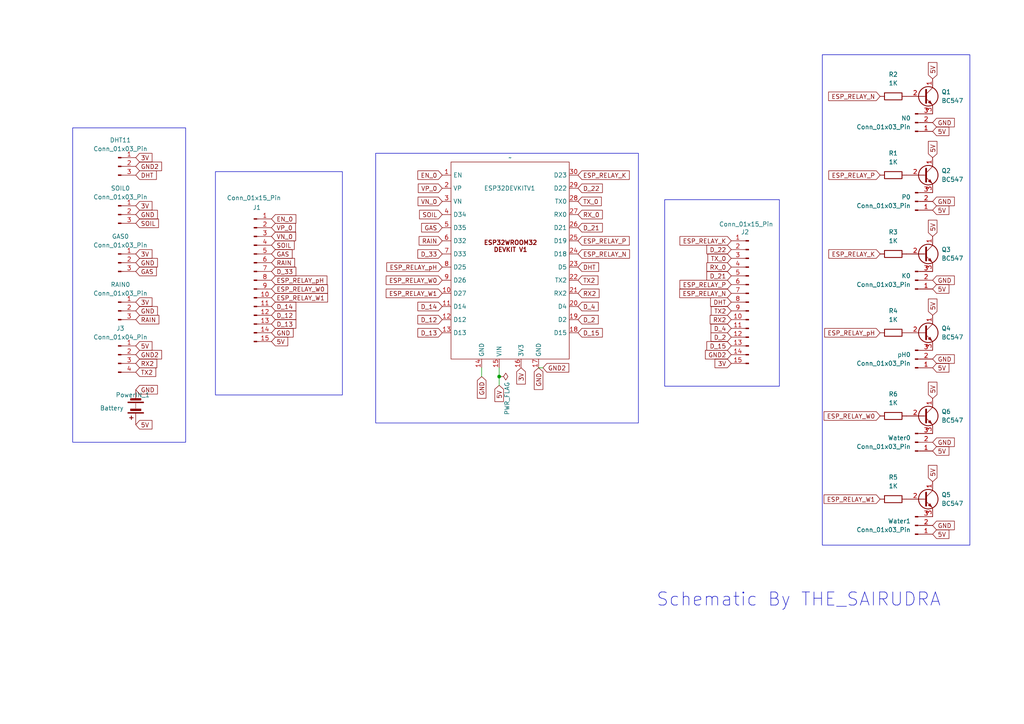
<source format=kicad_sch>
(kicad_sch
	(version 20250114)
	(generator "eeschema")
	(generator_version "9.0")
	(uuid "b94b8f15-7f5f-4812-9be1-e26c70edeefc")
	(paper "A4")
	(lib_symbols
		(symbol "Connector:Conn_01x03_Pin"
			(pin_names
				(offset 1.016)
				(hide yes)
			)
			(exclude_from_sim no)
			(in_bom yes)
			(on_board yes)
			(property "Reference" "J"
				(at 0 5.08 0)
				(effects
					(font
						(size 1.27 1.27)
					)
				)
			)
			(property "Value" "Conn_01x03_Pin"
				(at 0 -5.08 0)
				(effects
					(font
						(size 1.27 1.27)
					)
				)
			)
			(property "Footprint" ""
				(at 0 0 0)
				(effects
					(font
						(size 1.27 1.27)
					)
					(hide yes)
				)
			)
			(property "Datasheet" "~"
				(at 0 0 0)
				(effects
					(font
						(size 1.27 1.27)
					)
					(hide yes)
				)
			)
			(property "Description" "Generic connector, single row, 01x03, script generated"
				(at 0 0 0)
				(effects
					(font
						(size 1.27 1.27)
					)
					(hide yes)
				)
			)
			(property "ki_locked" ""
				(at 0 0 0)
				(effects
					(font
						(size 1.27 1.27)
					)
				)
			)
			(property "ki_keywords" "connector"
				(at 0 0 0)
				(effects
					(font
						(size 1.27 1.27)
					)
					(hide yes)
				)
			)
			(property "ki_fp_filters" "Connector*:*_1x??_*"
				(at 0 0 0)
				(effects
					(font
						(size 1.27 1.27)
					)
					(hide yes)
				)
			)
			(symbol "Conn_01x03_Pin_1_1"
				(rectangle
					(start 0.8636 2.667)
					(end 0 2.413)
					(stroke
						(width 0.1524)
						(type default)
					)
					(fill
						(type outline)
					)
				)
				(rectangle
					(start 0.8636 0.127)
					(end 0 -0.127)
					(stroke
						(width 0.1524)
						(type default)
					)
					(fill
						(type outline)
					)
				)
				(rectangle
					(start 0.8636 -2.413)
					(end 0 -2.667)
					(stroke
						(width 0.1524)
						(type default)
					)
					(fill
						(type outline)
					)
				)
				(polyline
					(pts
						(xy 1.27 2.54) (xy 0.8636 2.54)
					)
					(stroke
						(width 0.1524)
						(type default)
					)
					(fill
						(type none)
					)
				)
				(polyline
					(pts
						(xy 1.27 0) (xy 0.8636 0)
					)
					(stroke
						(width 0.1524)
						(type default)
					)
					(fill
						(type none)
					)
				)
				(polyline
					(pts
						(xy 1.27 -2.54) (xy 0.8636 -2.54)
					)
					(stroke
						(width 0.1524)
						(type default)
					)
					(fill
						(type none)
					)
				)
				(pin passive line
					(at 5.08 2.54 180)
					(length 3.81)
					(name "Pin_1"
						(effects
							(font
								(size 1.27 1.27)
							)
						)
					)
					(number "1"
						(effects
							(font
								(size 1.27 1.27)
							)
						)
					)
				)
				(pin passive line
					(at 5.08 0 180)
					(length 3.81)
					(name "Pin_2"
						(effects
							(font
								(size 1.27 1.27)
							)
						)
					)
					(number "2"
						(effects
							(font
								(size 1.27 1.27)
							)
						)
					)
				)
				(pin passive line
					(at 5.08 -2.54 180)
					(length 3.81)
					(name "Pin_3"
						(effects
							(font
								(size 1.27 1.27)
							)
						)
					)
					(number "3"
						(effects
							(font
								(size 1.27 1.27)
							)
						)
					)
				)
			)
			(embedded_fonts no)
		)
		(symbol "Connector:Conn_01x04_Pin"
			(pin_names
				(offset 1.016)
				(hide yes)
			)
			(exclude_from_sim no)
			(in_bom yes)
			(on_board yes)
			(property "Reference" "J"
				(at 0 5.08 0)
				(effects
					(font
						(size 1.27 1.27)
					)
				)
			)
			(property "Value" "Conn_01x04_Pin"
				(at 0 -7.62 0)
				(effects
					(font
						(size 1.27 1.27)
					)
				)
			)
			(property "Footprint" ""
				(at 0 0 0)
				(effects
					(font
						(size 1.27 1.27)
					)
					(hide yes)
				)
			)
			(property "Datasheet" "~"
				(at 0 0 0)
				(effects
					(font
						(size 1.27 1.27)
					)
					(hide yes)
				)
			)
			(property "Description" "Generic connector, single row, 01x04, script generated"
				(at 0 0 0)
				(effects
					(font
						(size 1.27 1.27)
					)
					(hide yes)
				)
			)
			(property "ki_locked" ""
				(at 0 0 0)
				(effects
					(font
						(size 1.27 1.27)
					)
				)
			)
			(property "ki_keywords" "connector"
				(at 0 0 0)
				(effects
					(font
						(size 1.27 1.27)
					)
					(hide yes)
				)
			)
			(property "ki_fp_filters" "Connector*:*_1x??_*"
				(at 0 0 0)
				(effects
					(font
						(size 1.27 1.27)
					)
					(hide yes)
				)
			)
			(symbol "Conn_01x04_Pin_1_1"
				(rectangle
					(start 0.8636 2.667)
					(end 0 2.413)
					(stroke
						(width 0.1524)
						(type default)
					)
					(fill
						(type outline)
					)
				)
				(rectangle
					(start 0.8636 0.127)
					(end 0 -0.127)
					(stroke
						(width 0.1524)
						(type default)
					)
					(fill
						(type outline)
					)
				)
				(rectangle
					(start 0.8636 -2.413)
					(end 0 -2.667)
					(stroke
						(width 0.1524)
						(type default)
					)
					(fill
						(type outline)
					)
				)
				(rectangle
					(start 0.8636 -4.953)
					(end 0 -5.207)
					(stroke
						(width 0.1524)
						(type default)
					)
					(fill
						(type outline)
					)
				)
				(polyline
					(pts
						(xy 1.27 2.54) (xy 0.8636 2.54)
					)
					(stroke
						(width 0.1524)
						(type default)
					)
					(fill
						(type none)
					)
				)
				(polyline
					(pts
						(xy 1.27 0) (xy 0.8636 0)
					)
					(stroke
						(width 0.1524)
						(type default)
					)
					(fill
						(type none)
					)
				)
				(polyline
					(pts
						(xy 1.27 -2.54) (xy 0.8636 -2.54)
					)
					(stroke
						(width 0.1524)
						(type default)
					)
					(fill
						(type none)
					)
				)
				(polyline
					(pts
						(xy 1.27 -5.08) (xy 0.8636 -5.08)
					)
					(stroke
						(width 0.1524)
						(type default)
					)
					(fill
						(type none)
					)
				)
				(pin passive line
					(at 5.08 2.54 180)
					(length 3.81)
					(name "Pin_1"
						(effects
							(font
								(size 1.27 1.27)
							)
						)
					)
					(number "1"
						(effects
							(font
								(size 1.27 1.27)
							)
						)
					)
				)
				(pin passive line
					(at 5.08 0 180)
					(length 3.81)
					(name "Pin_2"
						(effects
							(font
								(size 1.27 1.27)
							)
						)
					)
					(number "2"
						(effects
							(font
								(size 1.27 1.27)
							)
						)
					)
				)
				(pin passive line
					(at 5.08 -2.54 180)
					(length 3.81)
					(name "Pin_3"
						(effects
							(font
								(size 1.27 1.27)
							)
						)
					)
					(number "3"
						(effects
							(font
								(size 1.27 1.27)
							)
						)
					)
				)
				(pin passive line
					(at 5.08 -5.08 180)
					(length 3.81)
					(name "Pin_4"
						(effects
							(font
								(size 1.27 1.27)
							)
						)
					)
					(number "4"
						(effects
							(font
								(size 1.27 1.27)
							)
						)
					)
				)
			)
			(embedded_fonts no)
		)
		(symbol "Connector:Conn_01x15_Pin"
			(pin_names
				(offset 1.016)
				(hide yes)
			)
			(exclude_from_sim no)
			(in_bom yes)
			(on_board yes)
			(property "Reference" "J"
				(at 0 20.32 0)
				(effects
					(font
						(size 1.27 1.27)
					)
				)
			)
			(property "Value" "Conn_01x15_Pin"
				(at 0 -20.32 0)
				(effects
					(font
						(size 1.27 1.27)
					)
				)
			)
			(property "Footprint" ""
				(at 0 0 0)
				(effects
					(font
						(size 1.27 1.27)
					)
					(hide yes)
				)
			)
			(property "Datasheet" "~"
				(at 0 0 0)
				(effects
					(font
						(size 1.27 1.27)
					)
					(hide yes)
				)
			)
			(property "Description" "Generic connector, single row, 01x15, script generated"
				(at 0 0 0)
				(effects
					(font
						(size 1.27 1.27)
					)
					(hide yes)
				)
			)
			(property "ki_locked" ""
				(at 0 0 0)
				(effects
					(font
						(size 1.27 1.27)
					)
				)
			)
			(property "ki_keywords" "connector"
				(at 0 0 0)
				(effects
					(font
						(size 1.27 1.27)
					)
					(hide yes)
				)
			)
			(property "ki_fp_filters" "Connector*:*_1x??_*"
				(at 0 0 0)
				(effects
					(font
						(size 1.27 1.27)
					)
					(hide yes)
				)
			)
			(symbol "Conn_01x15_Pin_1_1"
				(rectangle
					(start 0.8636 17.907)
					(end 0 17.653)
					(stroke
						(width 0.1524)
						(type default)
					)
					(fill
						(type outline)
					)
				)
				(rectangle
					(start 0.8636 15.367)
					(end 0 15.113)
					(stroke
						(width 0.1524)
						(type default)
					)
					(fill
						(type outline)
					)
				)
				(rectangle
					(start 0.8636 12.827)
					(end 0 12.573)
					(stroke
						(width 0.1524)
						(type default)
					)
					(fill
						(type outline)
					)
				)
				(rectangle
					(start 0.8636 10.287)
					(end 0 10.033)
					(stroke
						(width 0.1524)
						(type default)
					)
					(fill
						(type outline)
					)
				)
				(rectangle
					(start 0.8636 7.747)
					(end 0 7.493)
					(stroke
						(width 0.1524)
						(type default)
					)
					(fill
						(type outline)
					)
				)
				(rectangle
					(start 0.8636 5.207)
					(end 0 4.953)
					(stroke
						(width 0.1524)
						(type default)
					)
					(fill
						(type outline)
					)
				)
				(rectangle
					(start 0.8636 2.667)
					(end 0 2.413)
					(stroke
						(width 0.1524)
						(type default)
					)
					(fill
						(type outline)
					)
				)
				(rectangle
					(start 0.8636 0.127)
					(end 0 -0.127)
					(stroke
						(width 0.1524)
						(type default)
					)
					(fill
						(type outline)
					)
				)
				(rectangle
					(start 0.8636 -2.413)
					(end 0 -2.667)
					(stroke
						(width 0.1524)
						(type default)
					)
					(fill
						(type outline)
					)
				)
				(rectangle
					(start 0.8636 -4.953)
					(end 0 -5.207)
					(stroke
						(width 0.1524)
						(type default)
					)
					(fill
						(type outline)
					)
				)
				(rectangle
					(start 0.8636 -7.493)
					(end 0 -7.747)
					(stroke
						(width 0.1524)
						(type default)
					)
					(fill
						(type outline)
					)
				)
				(rectangle
					(start 0.8636 -10.033)
					(end 0 -10.287)
					(stroke
						(width 0.1524)
						(type default)
					)
					(fill
						(type outline)
					)
				)
				(rectangle
					(start 0.8636 -12.573)
					(end 0 -12.827)
					(stroke
						(width 0.1524)
						(type default)
					)
					(fill
						(type outline)
					)
				)
				(rectangle
					(start 0.8636 -15.113)
					(end 0 -15.367)
					(stroke
						(width 0.1524)
						(type default)
					)
					(fill
						(type outline)
					)
				)
				(rectangle
					(start 0.8636 -17.653)
					(end 0 -17.907)
					(stroke
						(width 0.1524)
						(type default)
					)
					(fill
						(type outline)
					)
				)
				(polyline
					(pts
						(xy 1.27 17.78) (xy 0.8636 17.78)
					)
					(stroke
						(width 0.1524)
						(type default)
					)
					(fill
						(type none)
					)
				)
				(polyline
					(pts
						(xy 1.27 15.24) (xy 0.8636 15.24)
					)
					(stroke
						(width 0.1524)
						(type default)
					)
					(fill
						(type none)
					)
				)
				(polyline
					(pts
						(xy 1.27 12.7) (xy 0.8636 12.7)
					)
					(stroke
						(width 0.1524)
						(type default)
					)
					(fill
						(type none)
					)
				)
				(polyline
					(pts
						(xy 1.27 10.16) (xy 0.8636 10.16)
					)
					(stroke
						(width 0.1524)
						(type default)
					)
					(fill
						(type none)
					)
				)
				(polyline
					(pts
						(xy 1.27 7.62) (xy 0.8636 7.62)
					)
					(stroke
						(width 0.1524)
						(type default)
					)
					(fill
						(type none)
					)
				)
				(polyline
					(pts
						(xy 1.27 5.08) (xy 0.8636 5.08)
					)
					(stroke
						(width 0.1524)
						(type default)
					)
					(fill
						(type none)
					)
				)
				(polyline
					(pts
						(xy 1.27 2.54) (xy 0.8636 2.54)
					)
					(stroke
						(width 0.1524)
						(type default)
					)
					(fill
						(type none)
					)
				)
				(polyline
					(pts
						(xy 1.27 0) (xy 0.8636 0)
					)
					(stroke
						(width 0.1524)
						(type default)
					)
					(fill
						(type none)
					)
				)
				(polyline
					(pts
						(xy 1.27 -2.54) (xy 0.8636 -2.54)
					)
					(stroke
						(width 0.1524)
						(type default)
					)
					(fill
						(type none)
					)
				)
				(polyline
					(pts
						(xy 1.27 -5.08) (xy 0.8636 -5.08)
					)
					(stroke
						(width 0.1524)
						(type default)
					)
					(fill
						(type none)
					)
				)
				(polyline
					(pts
						(xy 1.27 -7.62) (xy 0.8636 -7.62)
					)
					(stroke
						(width 0.1524)
						(type default)
					)
					(fill
						(type none)
					)
				)
				(polyline
					(pts
						(xy 1.27 -10.16) (xy 0.8636 -10.16)
					)
					(stroke
						(width 0.1524)
						(type default)
					)
					(fill
						(type none)
					)
				)
				(polyline
					(pts
						(xy 1.27 -12.7) (xy 0.8636 -12.7)
					)
					(stroke
						(width 0.1524)
						(type default)
					)
					(fill
						(type none)
					)
				)
				(polyline
					(pts
						(xy 1.27 -15.24) (xy 0.8636 -15.24)
					)
					(stroke
						(width 0.1524)
						(type default)
					)
					(fill
						(type none)
					)
				)
				(polyline
					(pts
						(xy 1.27 -17.78) (xy 0.8636 -17.78)
					)
					(stroke
						(width 0.1524)
						(type default)
					)
					(fill
						(type none)
					)
				)
				(pin passive line
					(at 5.08 17.78 180)
					(length 3.81)
					(name "Pin_1"
						(effects
							(font
								(size 1.27 1.27)
							)
						)
					)
					(number "1"
						(effects
							(font
								(size 1.27 1.27)
							)
						)
					)
				)
				(pin passive line
					(at 5.08 15.24 180)
					(length 3.81)
					(name "Pin_2"
						(effects
							(font
								(size 1.27 1.27)
							)
						)
					)
					(number "2"
						(effects
							(font
								(size 1.27 1.27)
							)
						)
					)
				)
				(pin passive line
					(at 5.08 12.7 180)
					(length 3.81)
					(name "Pin_3"
						(effects
							(font
								(size 1.27 1.27)
							)
						)
					)
					(number "3"
						(effects
							(font
								(size 1.27 1.27)
							)
						)
					)
				)
				(pin passive line
					(at 5.08 10.16 180)
					(length 3.81)
					(name "Pin_4"
						(effects
							(font
								(size 1.27 1.27)
							)
						)
					)
					(number "4"
						(effects
							(font
								(size 1.27 1.27)
							)
						)
					)
				)
				(pin passive line
					(at 5.08 7.62 180)
					(length 3.81)
					(name "Pin_5"
						(effects
							(font
								(size 1.27 1.27)
							)
						)
					)
					(number "5"
						(effects
							(font
								(size 1.27 1.27)
							)
						)
					)
				)
				(pin passive line
					(at 5.08 5.08 180)
					(length 3.81)
					(name "Pin_6"
						(effects
							(font
								(size 1.27 1.27)
							)
						)
					)
					(number "6"
						(effects
							(font
								(size 1.27 1.27)
							)
						)
					)
				)
				(pin passive line
					(at 5.08 2.54 180)
					(length 3.81)
					(name "Pin_7"
						(effects
							(font
								(size 1.27 1.27)
							)
						)
					)
					(number "7"
						(effects
							(font
								(size 1.27 1.27)
							)
						)
					)
				)
				(pin passive line
					(at 5.08 0 180)
					(length 3.81)
					(name "Pin_8"
						(effects
							(font
								(size 1.27 1.27)
							)
						)
					)
					(number "8"
						(effects
							(font
								(size 1.27 1.27)
							)
						)
					)
				)
				(pin passive line
					(at 5.08 -2.54 180)
					(length 3.81)
					(name "Pin_9"
						(effects
							(font
								(size 1.27 1.27)
							)
						)
					)
					(number "9"
						(effects
							(font
								(size 1.27 1.27)
							)
						)
					)
				)
				(pin passive line
					(at 5.08 -5.08 180)
					(length 3.81)
					(name "Pin_10"
						(effects
							(font
								(size 1.27 1.27)
							)
						)
					)
					(number "10"
						(effects
							(font
								(size 1.27 1.27)
							)
						)
					)
				)
				(pin passive line
					(at 5.08 -7.62 180)
					(length 3.81)
					(name "Pin_11"
						(effects
							(font
								(size 1.27 1.27)
							)
						)
					)
					(number "11"
						(effects
							(font
								(size 1.27 1.27)
							)
						)
					)
				)
				(pin passive line
					(at 5.08 -10.16 180)
					(length 3.81)
					(name "Pin_12"
						(effects
							(font
								(size 1.27 1.27)
							)
						)
					)
					(number "12"
						(effects
							(font
								(size 1.27 1.27)
							)
						)
					)
				)
				(pin passive line
					(at 5.08 -12.7 180)
					(length 3.81)
					(name "Pin_13"
						(effects
							(font
								(size 1.27 1.27)
							)
						)
					)
					(number "13"
						(effects
							(font
								(size 1.27 1.27)
							)
						)
					)
				)
				(pin passive line
					(at 5.08 -15.24 180)
					(length 3.81)
					(name "Pin_14"
						(effects
							(font
								(size 1.27 1.27)
							)
						)
					)
					(number "14"
						(effects
							(font
								(size 1.27 1.27)
							)
						)
					)
				)
				(pin passive line
					(at 5.08 -17.78 180)
					(length 3.81)
					(name "Pin_15"
						(effects
							(font
								(size 1.27 1.27)
							)
						)
					)
					(number "15"
						(effects
							(font
								(size 1.27 1.27)
							)
						)
					)
				)
			)
			(embedded_fonts no)
		)
		(symbol "Device:Battery"
			(pin_numbers
				(hide yes)
			)
			(pin_names
				(offset 0)
				(hide yes)
			)
			(exclude_from_sim no)
			(in_bom yes)
			(on_board yes)
			(property "Reference" "BT"
				(at 2.54 2.54 0)
				(effects
					(font
						(size 1.27 1.27)
					)
					(justify left)
				)
			)
			(property "Value" "Battery"
				(at 2.54 0 0)
				(effects
					(font
						(size 1.27 1.27)
					)
					(justify left)
				)
			)
			(property "Footprint" ""
				(at 0 1.524 90)
				(effects
					(font
						(size 1.27 1.27)
					)
					(hide yes)
				)
			)
			(property "Datasheet" "~"
				(at 0 1.524 90)
				(effects
					(font
						(size 1.27 1.27)
					)
					(hide yes)
				)
			)
			(property "Description" "Multiple-cell battery"
				(at 0 0 0)
				(effects
					(font
						(size 1.27 1.27)
					)
					(hide yes)
				)
			)
			(property "ki_keywords" "batt voltage-source cell"
				(at 0 0 0)
				(effects
					(font
						(size 1.27 1.27)
					)
					(hide yes)
				)
			)
			(symbol "Battery_0_1"
				(rectangle
					(start -2.286 1.778)
					(end 2.286 1.524)
					(stroke
						(width 0)
						(type default)
					)
					(fill
						(type outline)
					)
				)
				(rectangle
					(start -2.286 -1.27)
					(end 2.286 -1.524)
					(stroke
						(width 0)
						(type default)
					)
					(fill
						(type outline)
					)
				)
				(rectangle
					(start -1.524 1.016)
					(end 1.524 0.508)
					(stroke
						(width 0)
						(type default)
					)
					(fill
						(type outline)
					)
				)
				(rectangle
					(start -1.524 -2.032)
					(end 1.524 -2.54)
					(stroke
						(width 0)
						(type default)
					)
					(fill
						(type outline)
					)
				)
				(polyline
					(pts
						(xy 0 1.778) (xy 0 2.54)
					)
					(stroke
						(width 0)
						(type default)
					)
					(fill
						(type none)
					)
				)
				(polyline
					(pts
						(xy 0 0) (xy 0 0.254)
					)
					(stroke
						(width 0)
						(type default)
					)
					(fill
						(type none)
					)
				)
				(polyline
					(pts
						(xy 0 -0.508) (xy 0 -0.254)
					)
					(stroke
						(width 0)
						(type default)
					)
					(fill
						(type none)
					)
				)
				(polyline
					(pts
						(xy 0 -1.016) (xy 0 -0.762)
					)
					(stroke
						(width 0)
						(type default)
					)
					(fill
						(type none)
					)
				)
				(polyline
					(pts
						(xy 0.762 3.048) (xy 1.778 3.048)
					)
					(stroke
						(width 0.254)
						(type default)
					)
					(fill
						(type none)
					)
				)
				(polyline
					(pts
						(xy 1.27 3.556) (xy 1.27 2.54)
					)
					(stroke
						(width 0.254)
						(type default)
					)
					(fill
						(type none)
					)
				)
			)
			(symbol "Battery_1_1"
				(pin passive line
					(at 0 5.08 270)
					(length 2.54)
					(name "+"
						(effects
							(font
								(size 1.27 1.27)
							)
						)
					)
					(number "1"
						(effects
							(font
								(size 1.27 1.27)
							)
						)
					)
				)
				(pin passive line
					(at 0 -5.08 90)
					(length 2.54)
					(name "-"
						(effects
							(font
								(size 1.27 1.27)
							)
						)
					)
					(number "2"
						(effects
							(font
								(size 1.27 1.27)
							)
						)
					)
				)
			)
			(embedded_fonts no)
		)
		(symbol "Device:R"
			(pin_numbers
				(hide yes)
			)
			(pin_names
				(offset 0)
			)
			(exclude_from_sim no)
			(in_bom yes)
			(on_board yes)
			(property "Reference" "R"
				(at 2.032 0 90)
				(effects
					(font
						(size 1.27 1.27)
					)
				)
			)
			(property "Value" "R"
				(at 0 0 90)
				(effects
					(font
						(size 1.27 1.27)
					)
				)
			)
			(property "Footprint" ""
				(at -1.778 0 90)
				(effects
					(font
						(size 1.27 1.27)
					)
					(hide yes)
				)
			)
			(property "Datasheet" "~"
				(at 0 0 0)
				(effects
					(font
						(size 1.27 1.27)
					)
					(hide yes)
				)
			)
			(property "Description" "Resistor"
				(at 0 0 0)
				(effects
					(font
						(size 1.27 1.27)
					)
					(hide yes)
				)
			)
			(property "ki_keywords" "R res resistor"
				(at 0 0 0)
				(effects
					(font
						(size 1.27 1.27)
					)
					(hide yes)
				)
			)
			(property "ki_fp_filters" "R_*"
				(at 0 0 0)
				(effects
					(font
						(size 1.27 1.27)
					)
					(hide yes)
				)
			)
			(symbol "R_0_1"
				(rectangle
					(start -1.016 -2.54)
					(end 1.016 2.54)
					(stroke
						(width 0.254)
						(type default)
					)
					(fill
						(type none)
					)
				)
			)
			(symbol "R_1_1"
				(pin passive line
					(at 0 3.81 270)
					(length 1.27)
					(name "~"
						(effects
							(font
								(size 1.27 1.27)
							)
						)
					)
					(number "1"
						(effects
							(font
								(size 1.27 1.27)
							)
						)
					)
				)
				(pin passive line
					(at 0 -3.81 90)
					(length 1.27)
					(name "~"
						(effects
							(font
								(size 1.27 1.27)
							)
						)
					)
					(number "2"
						(effects
							(font
								(size 1.27 1.27)
							)
						)
					)
				)
			)
			(embedded_fonts no)
		)
		(symbol "ESP32_DEVKITV1:ESP32_DEVKITV1"
			(pin_names
				(offset 0.635)
			)
			(exclude_from_sim no)
			(in_bom yes)
			(on_board yes)
			(property "Reference" "U"
				(at 1.524 29.972 0)
				(effects
					(font
						(size 1.27 1.27)
					)
				)
			)
			(property "Value" ""
				(at 1.27 10.16 0)
				(effects
					(font
						(size 1.27 1.27)
					)
				)
			)
			(property "Footprint" ""
				(at 1.27 10.16 0)
				(effects
					(font
						(size 1.27 1.27)
					)
					(hide yes)
				)
			)
			(property "Datasheet" ""
				(at 1.27 10.16 0)
				(effects
					(font
						(size 1.27 1.27)
					)
					(hide yes)
				)
			)
			(property "Description" ""
				(at 1.27 10.16 0)
				(effects
					(font
						(size 1.27 1.27)
					)
					(hide yes)
				)
			)
			(property "ki_keywords" "ESP32"
				(at 0 0 0)
				(effects
					(font
						(size 1.27 1.27)
					)
					(hide yes)
				)
			)
			(symbol "ESP32_DEVKITV1_0_1"
				(rectangle
					(start -15.24 33.02)
					(end 19.05 -24.13)
					(stroke
						(width 0)
						(type default)
					)
					(fill
						(type none)
					)
				)
			)
			(symbol "ESP32_DEVKITV1_1_1"
				(text "ESP32WROOM32\nDEVKIT V1"
					(at 2.032 8.636 0)
					(effects
						(font
							(size 1.27 1.27)
							(bold yes)
						)
					)
				)
				(pin input line
					(at -17.78 29.21 0)
					(length 2.54)
					(name "EN"
						(effects
							(font
								(size 1.27 1.27)
							)
						)
					)
					(number "1"
						(effects
							(font
								(size 1.27 1.27)
							)
						)
					)
				)
				(pin input line
					(at -17.78 25.4 0)
					(length 2.54)
					(name "VP"
						(effects
							(font
								(size 1.27 1.27)
							)
						)
					)
					(number "2"
						(effects
							(font
								(size 1.27 1.27)
							)
						)
					)
				)
				(pin input line
					(at -17.78 21.59 0)
					(length 2.54)
					(name "VN"
						(effects
							(font
								(size 1.27 1.27)
							)
						)
					)
					(number "3"
						(effects
							(font
								(size 1.27 1.27)
							)
						)
					)
				)
				(pin input line
					(at -17.78 17.78 0)
					(length 2.54)
					(name "D34"
						(effects
							(font
								(size 1.27 1.27)
							)
						)
					)
					(number "4"
						(effects
							(font
								(size 1.27 1.27)
							)
						)
					)
				)
				(pin input line
					(at -17.78 13.97 0)
					(length 2.54)
					(name "D35"
						(effects
							(font
								(size 1.27 1.27)
							)
						)
					)
					(number "5"
						(effects
							(font
								(size 1.27 1.27)
							)
						)
					)
				)
				(pin bidirectional line
					(at -17.78 10.16 0)
					(length 2.54)
					(name "D32"
						(effects
							(font
								(size 1.27 1.27)
							)
						)
					)
					(number "6"
						(effects
							(font
								(size 1.27 1.27)
							)
						)
					)
				)
				(pin bidirectional line
					(at -17.78 6.35 0)
					(length 2.54)
					(name "D33"
						(effects
							(font
								(size 1.27 1.27)
							)
						)
					)
					(number "7"
						(effects
							(font
								(size 1.27 1.27)
							)
						)
					)
				)
				(pin bidirectional line
					(at -17.78 2.54 0)
					(length 2.54)
					(name "D25"
						(effects
							(font
								(size 1.27 1.27)
							)
						)
					)
					(number "8"
						(effects
							(font
								(size 1.27 1.27)
							)
						)
					)
				)
				(pin bidirectional line
					(at -17.78 -1.27 0)
					(length 2.54)
					(name "D26"
						(effects
							(font
								(size 1.27 1.27)
							)
						)
					)
					(number "9"
						(effects
							(font
								(size 1.27 1.27)
							)
						)
					)
				)
				(pin bidirectional line
					(at -17.78 -5.08 0)
					(length 2.54)
					(name "D27"
						(effects
							(font
								(size 1.27 1.27)
							)
						)
					)
					(number "10"
						(effects
							(font
								(size 1.27 1.27)
							)
						)
					)
				)
				(pin bidirectional line
					(at -17.78 -8.89 0)
					(length 2.54)
					(name "D14"
						(effects
							(font
								(size 1.27 1.27)
							)
						)
					)
					(number "11"
						(effects
							(font
								(size 1.27 1.27)
							)
						)
					)
				)
				(pin bidirectional line
					(at -17.78 -12.7 0)
					(length 2.54)
					(name "D12"
						(effects
							(font
								(size 1.27 1.27)
							)
						)
					)
					(number "12"
						(effects
							(font
								(size 1.27 1.27)
							)
						)
					)
				)
				(pin bidirectional line
					(at -17.78 -16.51 0)
					(length 2.54)
					(name "D13"
						(effects
							(font
								(size 1.27 1.27)
							)
						)
					)
					(number "13"
						(effects
							(font
								(size 1.27 1.27)
							)
						)
					)
				)
				(pin bidirectional line
					(at -6.35 -26.67 90)
					(length 2.54)
					(name "GND"
						(effects
							(font
								(size 1.27 1.27)
							)
						)
					)
					(number "14"
						(effects
							(font
								(size 1.27 1.27)
							)
						)
					)
				)
				(pin power_in line
					(at -1.27 -26.67 90)
					(length 2.54)
					(name "VIN"
						(effects
							(font
								(size 1.27 1.27)
							)
						)
					)
					(number "15"
						(effects
							(font
								(size 1.27 1.27)
							)
						)
					)
				)
				(pin power_out line
					(at 5.08 -26.67 90)
					(length 2.54)
					(name "3V3"
						(effects
							(font
								(size 1.27 1.27)
							)
						)
					)
					(number "16"
						(effects
							(font
								(size 1.27 1.27)
							)
						)
					)
				)
				(pin bidirectional line
					(at 10.16 -26.67 90)
					(length 2.54)
					(name "GND"
						(effects
							(font
								(size 1.27 1.27)
							)
						)
					)
					(number "17"
						(effects
							(font
								(size 1.27 1.27)
							)
						)
					)
				)
				(pin bidirectional line
					(at 21.59 29.21 180)
					(length 2.54)
					(name "D23"
						(effects
							(font
								(size 1.27 1.27)
							)
						)
					)
					(number "30"
						(effects
							(font
								(size 1.27 1.27)
							)
						)
					)
				)
				(pin bidirectional line
					(at 21.59 25.4 180)
					(length 2.54)
					(name "D22"
						(effects
							(font
								(size 1.27 1.27)
							)
						)
					)
					(number "29"
						(effects
							(font
								(size 1.27 1.27)
							)
						)
					)
				)
				(pin output line
					(at 21.59 21.59 180)
					(length 2.54)
					(name "TX0"
						(effects
							(font
								(size 1.27 1.27)
							)
						)
					)
					(number "28"
						(effects
							(font
								(size 1.27 1.27)
							)
						)
					)
				)
				(pin input line
					(at 21.59 17.78 180)
					(length 2.54)
					(name "RX0"
						(effects
							(font
								(size 1.27 1.27)
							)
						)
					)
					(number "27"
						(effects
							(font
								(size 1.27 1.27)
							)
						)
					)
				)
				(pin bidirectional line
					(at 21.59 13.97 180)
					(length 2.54)
					(name "D21"
						(effects
							(font
								(size 1.27 1.27)
							)
						)
					)
					(number "26"
						(effects
							(font
								(size 1.27 1.27)
							)
						)
					)
				)
				(pin bidirectional line
					(at 21.59 10.16 180)
					(length 2.54)
					(name "D19"
						(effects
							(font
								(size 1.27 1.27)
							)
						)
					)
					(number "25"
						(effects
							(font
								(size 1.27 1.27)
							)
						)
					)
				)
				(pin bidirectional line
					(at 21.59 6.35 180)
					(length 2.54)
					(name "D18"
						(effects
							(font
								(size 1.27 1.27)
							)
						)
					)
					(number "24"
						(effects
							(font
								(size 1.27 1.27)
							)
						)
					)
				)
				(pin bidirectional line
					(at 21.59 2.54 180)
					(length 2.54)
					(name "D5"
						(effects
							(font
								(size 1.27 1.27)
							)
						)
					)
					(number "23"
						(effects
							(font
								(size 1.27 1.27)
							)
						)
					)
				)
				(pin output line
					(at 21.59 -1.27 180)
					(length 2.54)
					(name "TX2"
						(effects
							(font
								(size 1.27 1.27)
							)
						)
					)
					(number "22"
						(effects
							(font
								(size 1.27 1.27)
							)
						)
					)
				)
				(pin input line
					(at 21.59 -5.08 180)
					(length 2.54)
					(name "RX2"
						(effects
							(font
								(size 1.27 1.27)
							)
						)
					)
					(number "21"
						(effects
							(font
								(size 1.27 1.27)
							)
						)
					)
				)
				(pin bidirectional line
					(at 21.59 -8.89 180)
					(length 2.54)
					(name "D4"
						(effects
							(font
								(size 1.27 1.27)
							)
						)
					)
					(number "20"
						(effects
							(font
								(size 1.27 1.27)
							)
						)
					)
				)
				(pin bidirectional line
					(at 21.59 -12.7 180)
					(length 2.54)
					(name "D2"
						(effects
							(font
								(size 1.27 1.27)
							)
						)
					)
					(number "19"
						(effects
							(font
								(size 1.27 1.27)
							)
						)
					)
				)
				(pin bidirectional line
					(at 21.59 -16.51 180)
					(length 2.54)
					(name "D15"
						(effects
							(font
								(size 1.27 1.27)
							)
						)
					)
					(number "18"
						(effects
							(font
								(size 1.27 1.27)
							)
						)
					)
				)
			)
			(embedded_fonts no)
		)
		(symbol "Transistor_BJT:BC547"
			(pin_names
				(offset 0)
				(hide yes)
			)
			(exclude_from_sim no)
			(in_bom yes)
			(on_board yes)
			(property "Reference" "Q"
				(at 5.08 1.905 0)
				(effects
					(font
						(size 1.27 1.27)
					)
					(justify left)
				)
			)
			(property "Value" "BC547"
				(at 5.08 0 0)
				(effects
					(font
						(size 1.27 1.27)
					)
					(justify left)
				)
			)
			(property "Footprint" "Package_TO_SOT_THT:TO-92_Inline"
				(at 5.08 -1.905 0)
				(effects
					(font
						(size 1.27 1.27)
						(italic yes)
					)
					(justify left)
					(hide yes)
				)
			)
			(property "Datasheet" "https://www.onsemi.com/pub/Collateral/BC550-D.pdf"
				(at 0 0 0)
				(effects
					(font
						(size 1.27 1.27)
					)
					(justify left)
					(hide yes)
				)
			)
			(property "Description" "0.1A Ic, 45V Vce, Small Signal NPN Transistor, TO-92"
				(at 0 0 0)
				(effects
					(font
						(size 1.27 1.27)
					)
					(hide yes)
				)
			)
			(property "ki_keywords" "NPN Transistor"
				(at 0 0 0)
				(effects
					(font
						(size 1.27 1.27)
					)
					(hide yes)
				)
			)
			(property "ki_fp_filters" "TO?92*"
				(at 0 0 0)
				(effects
					(font
						(size 1.27 1.27)
					)
					(hide yes)
				)
			)
			(symbol "BC547_0_1"
				(polyline
					(pts
						(xy 0 0) (xy 0.635 0)
					)
					(stroke
						(width 0)
						(type default)
					)
					(fill
						(type none)
					)
				)
				(polyline
					(pts
						(xy 0.635 1.905) (xy 0.635 -1.905) (xy 0.635 -1.905)
					)
					(stroke
						(width 0.508)
						(type default)
					)
					(fill
						(type none)
					)
				)
				(polyline
					(pts
						(xy 0.635 0.635) (xy 2.54 2.54)
					)
					(stroke
						(width 0)
						(type default)
					)
					(fill
						(type none)
					)
				)
				(polyline
					(pts
						(xy 0.635 -0.635) (xy 2.54 -2.54) (xy 2.54 -2.54)
					)
					(stroke
						(width 0)
						(type default)
					)
					(fill
						(type none)
					)
				)
				(circle
					(center 1.27 0)
					(radius 2.8194)
					(stroke
						(width 0.254)
						(type default)
					)
					(fill
						(type none)
					)
				)
				(polyline
					(pts
						(xy 1.27 -1.778) (xy 1.778 -1.27) (xy 2.286 -2.286) (xy 1.27 -1.778) (xy 1.27 -1.778)
					)
					(stroke
						(width 0)
						(type default)
					)
					(fill
						(type outline)
					)
				)
			)
			(symbol "BC547_1_1"
				(pin input line
					(at -5.08 0 0)
					(length 5.08)
					(name "B"
						(effects
							(font
								(size 1.27 1.27)
							)
						)
					)
					(number "2"
						(effects
							(font
								(size 1.27 1.27)
							)
						)
					)
				)
				(pin passive line
					(at 2.54 5.08 270)
					(length 2.54)
					(name "C"
						(effects
							(font
								(size 1.27 1.27)
							)
						)
					)
					(number "1"
						(effects
							(font
								(size 1.27 1.27)
							)
						)
					)
				)
				(pin passive line
					(at 2.54 -5.08 90)
					(length 2.54)
					(name "E"
						(effects
							(font
								(size 1.27 1.27)
							)
						)
					)
					(number "3"
						(effects
							(font
								(size 1.27 1.27)
							)
						)
					)
				)
			)
			(embedded_fonts no)
		)
		(symbol "power:PWR_FLAG"
			(power)
			(pin_numbers
				(hide yes)
			)
			(pin_names
				(offset 0)
				(hide yes)
			)
			(exclude_from_sim no)
			(in_bom yes)
			(on_board yes)
			(property "Reference" "#FLG"
				(at 0 1.905 0)
				(effects
					(font
						(size 1.27 1.27)
					)
					(hide yes)
				)
			)
			(property "Value" "PWR_FLAG"
				(at 0 3.81 0)
				(effects
					(font
						(size 1.27 1.27)
					)
				)
			)
			(property "Footprint" ""
				(at 0 0 0)
				(effects
					(font
						(size 1.27 1.27)
					)
					(hide yes)
				)
			)
			(property "Datasheet" "~"
				(at 0 0 0)
				(effects
					(font
						(size 1.27 1.27)
					)
					(hide yes)
				)
			)
			(property "Description" "Special symbol for telling ERC where power comes from"
				(at 0 0 0)
				(effects
					(font
						(size 1.27 1.27)
					)
					(hide yes)
				)
			)
			(property "ki_keywords" "flag power"
				(at 0 0 0)
				(effects
					(font
						(size 1.27 1.27)
					)
					(hide yes)
				)
			)
			(symbol "PWR_FLAG_0_0"
				(pin power_out line
					(at 0 0 90)
					(length 0)
					(name "~"
						(effects
							(font
								(size 1.27 1.27)
							)
						)
					)
					(number "1"
						(effects
							(font
								(size 1.27 1.27)
							)
						)
					)
				)
			)
			(symbol "PWR_FLAG_0_1"
				(polyline
					(pts
						(xy 0 0) (xy 0 1.27) (xy -1.016 1.905) (xy 0 2.54) (xy 1.016 1.905) (xy 0 1.27)
					)
					(stroke
						(width 0)
						(type default)
					)
					(fill
						(type none)
					)
				)
			)
			(embedded_fonts no)
		)
	)
	(rectangle
		(start 21.082 37.084)
		(end 53.848 128.27)
		(stroke
			(width 0)
			(type default)
		)
		(fill
			(type none)
		)
		(uuid 2d9ad810-1be0-4186-88c0-9746dc944dc4)
	)
	(rectangle
		(start 108.966 44.45)
		(end 185.166 122.682)
		(stroke
			(width 0)
			(type default)
		)
		(fill
			(type none)
		)
		(uuid 3534392d-ecd5-4f57-b4b5-2ffc7fd3d94e)
	)
	(rectangle
		(start 238.506 15.875)
		(end 281.305 158.115)
		(stroke
			(width 0)
			(type default)
		)
		(fill
			(type none)
		)
		(uuid 481a5d88-6bf6-46d9-969e-e64ff3119b46)
	)
	(rectangle
		(start 192.786 57.912)
		(end 226.06 112.014)
		(stroke
			(width 0)
			(type default)
		)
		(fill
			(type none)
		)
		(uuid 5c69bd3d-eafd-4fd3-a7b2-e04614c6bd7e)
	)
	(rectangle
		(start 62.484 49.784)
		(end 99.314 114.554)
		(stroke
			(width 0)
			(type default)
		)
		(fill
			(type none)
		)
		(uuid 9e39f90b-9340-4289-ab95-3aeb0c3be6b4)
	)
	(text "Schematic By THE_SAIRUDRA\n"
		(exclude_from_sim no)
		(at 231.648 173.99 0)
		(effects
			(font
				(size 3.81 3.81)
			)
		)
		(uuid "e72f3485-e24e-41fd-ade3-805069eb4d69")
	)
	(junction
		(at 144.78 109.22)
		(diameter 0)
		(color 0 0 0 0)
		(uuid "1c9c68b9-7717-4871-8c3f-65caf26506f7")
	)
	(wire
		(pts
			(xy 157.48 106.68) (xy 156.21 106.68)
		)
		(stroke
			(width 0)
			(type default)
		)
		(uuid "25498515-bab1-4ac0-afb6-111c96263486")
	)
	(wire
		(pts
			(xy 139.7 109.22) (xy 139.7 106.68)
		)
		(stroke
			(width 0)
			(type default)
		)
		(uuid "a6421863-fc3e-4768-94f1-730d722b6ac3")
	)
	(wire
		(pts
			(xy 144.78 109.22) (xy 144.78 111.76)
		)
		(stroke
			(width 0)
			(type default)
		)
		(uuid "b6b84e0c-5016-4e9d-a8b1-d3a5f230192e")
	)
	(wire
		(pts
			(xy 144.78 106.68) (xy 144.78 109.22)
		)
		(stroke
			(width 0)
			(type default)
		)
		(uuid "d98fffe0-ffa4-49b6-ab15-6d228d3a9458")
	)
	(global_label "D_15"
		(shape input)
		(at 167.64 96.52 0)
		(fields_autoplaced yes)
		(effects
			(font
				(size 1.27 1.27)
			)
			(justify left)
		)
		(uuid "00e53b76-0bc1-485f-9f3f-f196b31c79c9")
		(property "Intersheetrefs" "${INTERSHEET_REFS}"
			(at 175.2818 96.52 0)
			(effects
				(font
					(size 1.27 1.27)
				)
				(justify left)
				(hide yes)
			)
		)
	)
	(global_label "ESP_RELAY_K"
		(shape input)
		(at 255.27 73.66 180)
		(fields_autoplaced yes)
		(effects
			(font
				(size 1.27 1.27)
			)
			(justify right)
		)
		(uuid "048760f0-a1b2-45f6-b93e-c0fbe6630b04")
		(property "Intersheetrefs" "${INTERSHEET_REFS}"
			(at 239.8268 73.66 0)
			(effects
				(font
					(size 1.27 1.27)
				)
				(justify right)
				(hide yes)
			)
		)
	)
	(global_label "DHT"
		(shape input)
		(at 167.64 77.47 0)
		(fields_autoplaced yes)
		(effects
			(font
				(size 1.27 1.27)
			)
			(justify left)
		)
		(uuid "07446c0d-ada4-417a-93d9-ffe7896223ba")
		(property "Intersheetrefs" "${INTERSHEET_REFS}"
			(at 174.1933 77.47 0)
			(effects
				(font
					(size 1.27 1.27)
				)
				(justify left)
				(hide yes)
			)
		)
	)
	(global_label "D_2"
		(shape input)
		(at 212.09 97.79 180)
		(fields_autoplaced yes)
		(effects
			(font
				(size 1.27 1.27)
			)
			(justify right)
		)
		(uuid "07cd098a-f50c-413c-b3b5-3f4ace3af20e")
		(property "Intersheetrefs" "${INTERSHEET_REFS}"
			(at 205.6577 97.79 0)
			(effects
				(font
					(size 1.27 1.27)
				)
				(justify right)
				(hide yes)
			)
		)
	)
	(global_label "5V"
		(shape input)
		(at 270.51 154.94 0)
		(fields_autoplaced yes)
		(effects
			(font
				(size 1.27 1.27)
			)
			(justify left)
		)
		(uuid "0a4096ba-9d5b-4584-86d8-73d02991584a")
		(property "Intersheetrefs" "${INTERSHEET_REFS}"
			(at 275.7933 154.94 0)
			(effects
				(font
					(size 1.27 1.27)
				)
				(justify left)
				(hide yes)
			)
		)
	)
	(global_label "D_22"
		(shape input)
		(at 212.09 72.39 180)
		(fields_autoplaced yes)
		(effects
			(font
				(size 1.27 1.27)
			)
			(justify right)
		)
		(uuid "0d4eb696-dc5b-40b2-97c4-bdbd5ca5acc5")
		(property "Intersheetrefs" "${INTERSHEET_REFS}"
			(at 204.4482 72.39 0)
			(effects
				(font
					(size 1.27 1.27)
				)
				(justify right)
				(hide yes)
			)
		)
	)
	(global_label "GND"
		(shape input)
		(at 270.51 152.4 0)
		(fields_autoplaced yes)
		(effects
			(font
				(size 1.27 1.27)
			)
			(justify left)
		)
		(uuid "0ea877ed-f13e-4d2f-a299-a5b5c3b7a911")
		(property "Intersheetrefs" "${INTERSHEET_REFS}"
			(at 277.3657 152.4 0)
			(effects
				(font
					(size 1.27 1.27)
				)
				(justify left)
				(hide yes)
			)
		)
	)
	(global_label "ESP_RELAY_W1"
		(shape input)
		(at 128.27 85.09 180)
		(fields_autoplaced yes)
		(effects
			(font
				(size 1.27 1.27)
			)
			(justify right)
		)
		(uuid "112153e9-4276-477a-bc12-57a4bd691eea")
		(property "Intersheetrefs" "${INTERSHEET_REFS}"
			(at 111.4359 85.09 0)
			(effects
				(font
					(size 1.27 1.27)
				)
				(justify right)
				(hide yes)
			)
		)
	)
	(global_label "5V"
		(shape input)
		(at 270.51 106.68 0)
		(fields_autoplaced yes)
		(effects
			(font
				(size 1.27 1.27)
			)
			(justify left)
		)
		(uuid "119706ef-4d37-4bf6-8eca-56f9f95d8d9b")
		(property "Intersheetrefs" "${INTERSHEET_REFS}"
			(at 275.7933 106.68 0)
			(effects
				(font
					(size 1.27 1.27)
				)
				(justify left)
				(hide yes)
			)
		)
	)
	(global_label "TX_0"
		(shape input)
		(at 212.09 74.93 180)
		(fields_autoplaced yes)
		(effects
			(font
				(size 1.27 1.27)
			)
			(justify right)
		)
		(uuid "1290ad3b-83e6-403c-ac82-8997c728b5f2")
		(property "Intersheetrefs" "${INTERSHEET_REFS}"
			(at 204.7506 74.93 0)
			(effects
				(font
					(size 1.27 1.27)
				)
				(justify right)
				(hide yes)
			)
		)
	)
	(global_label "5V"
		(shape input)
		(at 39.37 123.19 0)
		(fields_autoplaced yes)
		(effects
			(font
				(size 1.27 1.27)
			)
			(justify left)
		)
		(uuid "12a2c0fb-8d4e-4fb6-ac98-85fcbd6684fa")
		(property "Intersheetrefs" "${INTERSHEET_REFS}"
			(at 44.6533 123.19 0)
			(effects
				(font
					(size 1.27 1.27)
				)
				(justify left)
				(hide yes)
			)
		)
	)
	(global_label "GND"
		(shape input)
		(at 39.37 76.2 0)
		(fields_autoplaced yes)
		(effects
			(font
				(size 1.27 1.27)
			)
			(justify left)
		)
		(uuid "196ad9b6-f884-4e7d-a7fc-381f0c29cf23")
		(property "Intersheetrefs" "${INTERSHEET_REFS}"
			(at 46.2257 76.2 0)
			(effects
				(font
					(size 1.27 1.27)
				)
				(justify left)
				(hide yes)
			)
		)
	)
	(global_label "5V"
		(shape input)
		(at 39.37 100.33 0)
		(fields_autoplaced yes)
		(effects
			(font
				(size 1.27 1.27)
			)
			(justify left)
		)
		(uuid "1f580559-b76a-4a39-ab79-280efbb5f2b5")
		(property "Intersheetrefs" "${INTERSHEET_REFS}"
			(at 44.6533 100.33 0)
			(effects
				(font
					(size 1.27 1.27)
				)
				(justify left)
				(hide yes)
			)
		)
	)
	(global_label "ESP_RELAY_P"
		(shape input)
		(at 167.64 69.85 0)
		(fields_autoplaced yes)
		(effects
			(font
				(size 1.27 1.27)
			)
			(justify left)
		)
		(uuid "22123ca4-3059-44fe-81f8-9444329d94bc")
		(property "Intersheetrefs" "${INTERSHEET_REFS}"
			(at 183.0832 69.85 0)
			(effects
				(font
					(size 1.27 1.27)
				)
				(justify left)
				(hide yes)
			)
		)
	)
	(global_label "GND2"
		(shape input)
		(at 39.37 102.87 0)
		(fields_autoplaced yes)
		(effects
			(font
				(size 1.27 1.27)
			)
			(justify left)
		)
		(uuid "2519fc99-c11b-45d9-b673-75cd9a368bd9")
		(property "Intersheetrefs" "${INTERSHEET_REFS}"
			(at 47.4352 102.87 0)
			(effects
				(font
					(size 1.27 1.27)
				)
				(justify left)
				(hide yes)
			)
		)
	)
	(global_label "5V"
		(shape input)
		(at 270.51 38.1 0)
		(fields_autoplaced yes)
		(effects
			(font
				(size 1.27 1.27)
			)
			(justify left)
		)
		(uuid "27bb3ab2-f387-4790-9bcf-736e2f1f2bf1")
		(property "Intersheetrefs" "${INTERSHEET_REFS}"
			(at 275.7933 38.1 0)
			(effects
				(font
					(size 1.27 1.27)
				)
				(justify left)
				(hide yes)
			)
		)
	)
	(global_label "TX_0"
		(shape input)
		(at 167.64 58.42 0)
		(fields_autoplaced yes)
		(effects
			(font
				(size 1.27 1.27)
			)
			(justify left)
		)
		(uuid "28119f7f-ae0c-4feb-a729-324ab04baf82")
		(property "Intersheetrefs" "${INTERSHEET_REFS}"
			(at 174.9794 58.42 0)
			(effects
				(font
					(size 1.27 1.27)
				)
				(justify left)
				(hide yes)
			)
		)
	)
	(global_label "SOIL"
		(shape input)
		(at 128.27 62.23 180)
		(fields_autoplaced yes)
		(effects
			(font
				(size 1.27 1.27)
			)
			(justify right)
		)
		(uuid "2abf1b24-73c3-41aa-80bc-91759375b426")
		(property "Intersheetrefs" "${INTERSHEET_REFS}"
			(at 121.1119 62.23 0)
			(effects
				(font
					(size 1.27 1.27)
				)
				(justify right)
				(hide yes)
			)
		)
	)
	(global_label "SOIL"
		(shape input)
		(at 78.74 71.12 0)
		(fields_autoplaced yes)
		(effects
			(font
				(size 1.27 1.27)
			)
			(justify left)
		)
		(uuid "2c77d8e4-5183-40d1-a342-25aa3768887c")
		(property "Intersheetrefs" "${INTERSHEET_REFS}"
			(at 85.8981 71.12 0)
			(effects
				(font
					(size 1.27 1.27)
				)
				(justify left)
				(hide yes)
			)
		)
	)
	(global_label "3V"
		(shape input)
		(at 39.37 87.63 0)
		(fields_autoplaced yes)
		(effects
			(font
				(size 1.27 1.27)
			)
			(justify left)
		)
		(uuid "2dce51e7-5b40-4e24-a5d0-f8661730c578")
		(property "Intersheetrefs" "${INTERSHEET_REFS}"
			(at 44.6533 87.63 0)
			(effects
				(font
					(size 1.27 1.27)
				)
				(justify left)
				(hide yes)
			)
		)
	)
	(global_label "VN_0"
		(shape input)
		(at 128.27 58.42 180)
		(fields_autoplaced yes)
		(effects
			(font
				(size 1.27 1.27)
			)
			(justify right)
		)
		(uuid "2e9f8965-e55b-499a-bb75-3960944557b8")
		(property "Intersheetrefs" "${INTERSHEET_REFS}"
			(at 120.6886 58.42 0)
			(effects
				(font
					(size 1.27 1.27)
				)
				(justify right)
				(hide yes)
			)
		)
	)
	(global_label "TX2"
		(shape input)
		(at 167.64 81.28 0)
		(fields_autoplaced yes)
		(effects
			(font
				(size 1.27 1.27)
			)
			(justify left)
		)
		(uuid "2efe97ea-84a2-477c-8a77-3bf2a67baa80")
		(property "Intersheetrefs" "${INTERSHEET_REFS}"
			(at 174.0118 81.28 0)
			(effects
				(font
					(size 1.27 1.27)
				)
				(justify left)
				(hide yes)
			)
		)
	)
	(global_label "5V"
		(shape input)
		(at 270.51 60.96 0)
		(fields_autoplaced yes)
		(effects
			(font
				(size 1.27 1.27)
			)
			(justify left)
		)
		(uuid "2f279379-c725-4bc1-9270-3c44aaf37ee9")
		(property "Intersheetrefs" "${INTERSHEET_REFS}"
			(at 275.7933 60.96 0)
			(effects
				(font
					(size 1.27 1.27)
				)
				(justify left)
				(hide yes)
			)
		)
	)
	(global_label "ESP_RELAY_pH"
		(shape input)
		(at 128.27 77.47 180)
		(fields_autoplaced yes)
		(effects
			(font
				(size 1.27 1.27)
			)
			(justify right)
		)
		(uuid "2f3d7bb9-b411-4324-bba7-4ddc07c71077")
		(property "Intersheetrefs" "${INTERSHEET_REFS}"
			(at 111.6173 77.47 0)
			(effects
				(font
					(size 1.27 1.27)
				)
				(justify right)
				(hide yes)
			)
		)
	)
	(global_label "5V"
		(shape input)
		(at 270.51 115.57 90)
		(fields_autoplaced yes)
		(effects
			(font
				(size 1.27 1.27)
			)
			(justify left)
		)
		(uuid "2f8113b3-92cd-4ea6-912e-00e425a31fe8")
		(property "Intersheetrefs" "${INTERSHEET_REFS}"
			(at 270.51 110.2867 90)
			(effects
				(font
					(size 1.27 1.27)
				)
				(justify left)
				(hide yes)
			)
		)
	)
	(global_label "D_22"
		(shape input)
		(at 167.64 54.61 0)
		(fields_autoplaced yes)
		(effects
			(font
				(size 1.27 1.27)
			)
			(justify left)
		)
		(uuid "31d85cbb-352b-49b3-84eb-129e3fe904e5")
		(property "Intersheetrefs" "${INTERSHEET_REFS}"
			(at 175.2818 54.61 0)
			(effects
				(font
					(size 1.27 1.27)
				)
				(justify left)
				(hide yes)
			)
		)
	)
	(global_label "GND"
		(shape input)
		(at 270.51 58.42 0)
		(fields_autoplaced yes)
		(effects
			(font
				(size 1.27 1.27)
			)
			(justify left)
		)
		(uuid "32dfabbe-775c-43a5-8570-14f46dee6764")
		(property "Intersheetrefs" "${INTERSHEET_REFS}"
			(at 277.3657 58.42 0)
			(effects
				(font
					(size 1.27 1.27)
				)
				(justify left)
				(hide yes)
			)
		)
	)
	(global_label "RX2"
		(shape input)
		(at 212.09 92.71 180)
		(fields_autoplaced yes)
		(effects
			(font
				(size 1.27 1.27)
			)
			(justify right)
		)
		(uuid "33c12dcb-5f23-4ff7-8dcc-073ea67c11d1")
		(property "Intersheetrefs" "${INTERSHEET_REFS}"
			(at 205.4158 92.71 0)
			(effects
				(font
					(size 1.27 1.27)
				)
				(justify right)
				(hide yes)
			)
		)
	)
	(global_label "5V"
		(shape input)
		(at 78.74 99.06 0)
		(fields_autoplaced yes)
		(effects
			(font
				(size 1.27 1.27)
			)
			(justify left)
		)
		(uuid "347fb557-7e01-4138-9ede-75f102adf1ac")
		(property "Intersheetrefs" "${INTERSHEET_REFS}"
			(at 84.0233 99.06 0)
			(effects
				(font
					(size 1.27 1.27)
				)
				(justify left)
				(hide yes)
			)
		)
	)
	(global_label "D_12"
		(shape input)
		(at 128.27 92.71 180)
		(fields_autoplaced yes)
		(effects
			(font
				(size 1.27 1.27)
			)
			(justify right)
		)
		(uuid "36a646e7-e92b-476b-8aae-c92401a960fd")
		(property "Intersheetrefs" "${INTERSHEET_REFS}"
			(at 120.6282 92.71 0)
			(effects
				(font
					(size 1.27 1.27)
				)
				(justify right)
				(hide yes)
			)
		)
	)
	(global_label "GND2"
		(shape input)
		(at 157.48 106.68 0)
		(fields_autoplaced yes)
		(effects
			(font
				(size 1.27 1.27)
			)
			(justify left)
		)
		(uuid "389bfced-448b-485e-a22c-c0a3c3274df0")
		(property "Intersheetrefs" "${INTERSHEET_REFS}"
			(at 165.5452 106.68 0)
			(effects
				(font
					(size 1.27 1.27)
				)
				(justify left)
				(hide yes)
			)
		)
	)
	(global_label "3V"
		(shape input)
		(at 151.13 106.68 270)
		(fields_autoplaced yes)
		(effects
			(font
				(size 1.27 1.27)
			)
			(justify right)
		)
		(uuid "3beacc13-1214-4740-bdd5-3942143ae1d9")
		(property "Intersheetrefs" "${INTERSHEET_REFS}"
			(at 151.13 111.9633 90)
			(effects
				(font
					(size 1.27 1.27)
				)
				(justify right)
				(hide yes)
			)
		)
	)
	(global_label "D_13"
		(shape input)
		(at 78.74 93.98 0)
		(fields_autoplaced yes)
		(effects
			(font
				(size 1.27 1.27)
			)
			(justify left)
		)
		(uuid "3f455b38-19c1-4292-87e5-e2bb1386a635")
		(property "Intersheetrefs" "${INTERSHEET_REFS}"
			(at 86.3818 93.98 0)
			(effects
				(font
					(size 1.27 1.27)
				)
				(justify left)
				(hide yes)
			)
		)
	)
	(global_label "3V"
		(shape input)
		(at 212.09 105.41 180)
		(fields_autoplaced yes)
		(effects
			(font
				(size 1.27 1.27)
			)
			(justify right)
		)
		(uuid "3fed169e-d07c-4ac9-a97b-70f3da59bbdd")
		(property "Intersheetrefs" "${INTERSHEET_REFS}"
			(at 206.8067 105.41 0)
			(effects
				(font
					(size 1.27 1.27)
				)
				(justify right)
				(hide yes)
			)
		)
	)
	(global_label "ESP_RELAY_N"
		(shape input)
		(at 167.64 73.66 0)
		(fields_autoplaced yes)
		(effects
			(font
				(size 1.27 1.27)
			)
			(justify left)
		)
		(uuid "4462cd36-2161-437f-bed4-53aff7ddc6fb")
		(property "Intersheetrefs" "${INTERSHEET_REFS}"
			(at 183.1437 73.66 0)
			(effects
				(font
					(size 1.27 1.27)
				)
				(justify left)
				(hide yes)
			)
		)
	)
	(global_label "D_21"
		(shape input)
		(at 167.64 66.04 0)
		(fields_autoplaced yes)
		(effects
			(font
				(size 1.27 1.27)
			)
			(justify left)
		)
		(uuid "477caa9d-de5a-4171-a95e-933c931929e2")
		(property "Intersheetrefs" "${INTERSHEET_REFS}"
			(at 175.2818 66.04 0)
			(effects
				(font
					(size 1.27 1.27)
				)
				(justify left)
				(hide yes)
			)
		)
	)
	(global_label "GND"
		(shape input)
		(at 139.7 109.22 270)
		(fields_autoplaced yes)
		(effects
			(font
				(size 1.27 1.27)
			)
			(justify right)
		)
		(uuid "48c92392-13af-415a-b83e-394154039fc9")
		(property "Intersheetrefs" "${INTERSHEET_REFS}"
			(at 139.7 116.0757 90)
			(effects
				(font
					(size 1.27 1.27)
				)
				(justify right)
				(hide yes)
			)
		)
	)
	(global_label "ESP_RELAY_pH"
		(shape input)
		(at 78.74 81.28 0)
		(fields_autoplaced yes)
		(effects
			(font
				(size 1.27 1.27)
			)
			(justify left)
		)
		(uuid "4a5b15d3-1c76-4221-b593-521e229a84b5")
		(property "Intersheetrefs" "${INTERSHEET_REFS}"
			(at 95.3927 81.28 0)
			(effects
				(font
					(size 1.27 1.27)
				)
				(justify left)
				(hide yes)
			)
		)
	)
	(global_label "ESP_RELAY_P"
		(shape input)
		(at 255.27 50.8 180)
		(fields_autoplaced yes)
		(effects
			(font
				(size 1.27 1.27)
			)
			(justify right)
		)
		(uuid "4b710f5e-f398-499f-bf18-bb931327942a")
		(property "Intersheetrefs" "${INTERSHEET_REFS}"
			(at 239.8268 50.8 0)
			(effects
				(font
					(size 1.27 1.27)
				)
				(justify right)
				(hide yes)
			)
		)
	)
	(global_label "5V"
		(shape input)
		(at 270.51 68.58 90)
		(fields_autoplaced yes)
		(effects
			(font
				(size 1.27 1.27)
			)
			(justify left)
		)
		(uuid "50f54c28-f82e-4aee-8fda-d65c005ef22d")
		(property "Intersheetrefs" "${INTERSHEET_REFS}"
			(at 270.51 63.2967 90)
			(effects
				(font
					(size 1.27 1.27)
				)
				(justify left)
				(hide yes)
			)
		)
	)
	(global_label "GND"
		(shape input)
		(at 39.37 90.17 0)
		(fields_autoplaced yes)
		(effects
			(font
				(size 1.27 1.27)
			)
			(justify left)
		)
		(uuid "52879b41-3a8c-4c9d-a0ad-c403673ace6e")
		(property "Intersheetrefs" "${INTERSHEET_REFS}"
			(at 46.2257 90.17 0)
			(effects
				(font
					(size 1.27 1.27)
				)
				(justify left)
				(hide yes)
			)
		)
	)
	(global_label "D_14"
		(shape input)
		(at 78.74 88.9 0)
		(fields_autoplaced yes)
		(effects
			(font
				(size 1.27 1.27)
			)
			(justify left)
		)
		(uuid "52d38de1-ac78-4f38-aa37-e22b817a5825")
		(property "Intersheetrefs" "${INTERSHEET_REFS}"
			(at 86.3818 88.9 0)
			(effects
				(font
					(size 1.27 1.27)
				)
				(justify left)
				(hide yes)
			)
		)
	)
	(global_label "GAS"
		(shape input)
		(at 78.74 73.66 0)
		(fields_autoplaced yes)
		(effects
			(font
				(size 1.27 1.27)
			)
			(justify left)
		)
		(uuid "55814cba-9e1d-47c9-b85d-552696474c23")
		(property "Intersheetrefs" "${INTERSHEET_REFS}"
			(at 85.2933 73.66 0)
			(effects
				(font
					(size 1.27 1.27)
				)
				(justify left)
				(hide yes)
			)
		)
	)
	(global_label "ESP_RELAY_K"
		(shape input)
		(at 167.64 50.8 0)
		(fields_autoplaced yes)
		(effects
			(font
				(size 1.27 1.27)
			)
			(justify left)
		)
		(uuid "563d0854-6aa8-4a47-8ab7-24b146114c33")
		(property "Intersheetrefs" "${INTERSHEET_REFS}"
			(at 183.0832 50.8 0)
			(effects
				(font
					(size 1.27 1.27)
				)
				(justify left)
				(hide yes)
			)
		)
	)
	(global_label "RX_0"
		(shape input)
		(at 167.64 62.23 0)
		(fields_autoplaced yes)
		(effects
			(font
				(size 1.27 1.27)
			)
			(justify left)
		)
		(uuid "5712685d-7d2a-47ee-9dd0-14912e352149")
		(property "Intersheetrefs" "${INTERSHEET_REFS}"
			(at 175.2818 62.23 0)
			(effects
				(font
					(size 1.27 1.27)
				)
				(justify left)
				(hide yes)
			)
		)
	)
	(global_label "D_13"
		(shape input)
		(at 128.27 96.52 180)
		(fields_autoplaced yes)
		(effects
			(font
				(size 1.27 1.27)
			)
			(justify right)
		)
		(uuid "5d27e636-8dd2-4e84-8ea6-e458f4724701")
		(property "Intersheetrefs" "${INTERSHEET_REFS}"
			(at 120.6282 96.52 0)
			(effects
				(font
					(size 1.27 1.27)
				)
				(justify right)
				(hide yes)
			)
		)
	)
	(global_label "GND"
		(shape input)
		(at 39.37 62.23 0)
		(fields_autoplaced yes)
		(effects
			(font
				(size 1.27 1.27)
			)
			(justify left)
		)
		(uuid "5dd201b2-787e-4b8d-b93d-7eece78dc6fb")
		(property "Intersheetrefs" "${INTERSHEET_REFS}"
			(at 46.2257 62.23 0)
			(effects
				(font
					(size 1.27 1.27)
				)
				(justify left)
				(hide yes)
			)
		)
	)
	(global_label "GND"
		(shape input)
		(at 270.51 81.28 0)
		(fields_autoplaced yes)
		(effects
			(font
				(size 1.27 1.27)
			)
			(justify left)
		)
		(uuid "5f45fedb-31c8-4e27-ab14-9fe29f86384c")
		(property "Intersheetrefs" "${INTERSHEET_REFS}"
			(at 277.3657 81.28 0)
			(effects
				(font
					(size 1.27 1.27)
				)
				(justify left)
				(hide yes)
			)
		)
	)
	(global_label "ESP_RELAY_W1"
		(shape input)
		(at 255.27 144.78 180)
		(fields_autoplaced yes)
		(effects
			(font
				(size 1.27 1.27)
			)
			(justify right)
		)
		(uuid "5f7da647-9ea3-4398-8c97-9804a8ad5c44")
		(property "Intersheetrefs" "${INTERSHEET_REFS}"
			(at 238.4359 144.78 0)
			(effects
				(font
					(size 1.27 1.27)
				)
				(justify right)
				(hide yes)
			)
		)
	)
	(global_label "D_2"
		(shape input)
		(at 167.64 92.71 0)
		(fields_autoplaced yes)
		(effects
			(font
				(size 1.27 1.27)
			)
			(justify left)
		)
		(uuid "613980b8-284d-4551-8a0a-e6ce53f3d988")
		(property "Intersheetrefs" "${INTERSHEET_REFS}"
			(at 174.0723 92.71 0)
			(effects
				(font
					(size 1.27 1.27)
				)
				(justify left)
				(hide yes)
			)
		)
	)
	(global_label "ESP_RELAY_pH"
		(shape input)
		(at 255.27 96.52 180)
		(fields_autoplaced yes)
		(effects
			(font
				(size 1.27 1.27)
			)
			(justify right)
		)
		(uuid "647788a4-6b89-4795-9ae5-d5d24d213a72")
		(property "Intersheetrefs" "${INTERSHEET_REFS}"
			(at 238.6173 96.52 0)
			(effects
				(font
					(size 1.27 1.27)
				)
				(justify right)
				(hide yes)
			)
		)
	)
	(global_label "D_12"
		(shape input)
		(at 78.74 91.44 0)
		(fields_autoplaced yes)
		(effects
			(font
				(size 1.27 1.27)
			)
			(justify left)
		)
		(uuid "65a1cfac-65f8-40f3-a59f-7cdf785ceb82")
		(property "Intersheetrefs" "${INTERSHEET_REFS}"
			(at 86.3818 91.44 0)
			(effects
				(font
					(size 1.27 1.27)
				)
				(justify left)
				(hide yes)
			)
		)
	)
	(global_label "ESP_RELAY_W0"
		(shape input)
		(at 128.27 81.28 180)
		(fields_autoplaced yes)
		(effects
			(font
				(size 1.27 1.27)
			)
			(justify right)
		)
		(uuid "6775f247-674b-4acd-9ad6-f5a44d3f1272")
		(property "Intersheetrefs" "${INTERSHEET_REFS}"
			(at 111.4359 81.28 0)
			(effects
				(font
					(size 1.27 1.27)
				)
				(justify right)
				(hide yes)
			)
		)
	)
	(global_label "GND"
		(shape input)
		(at 270.51 128.27 0)
		(fields_autoplaced yes)
		(effects
			(font
				(size 1.27 1.27)
			)
			(justify left)
		)
		(uuid "67e00d6e-9129-4c22-9638-18a063ff2b7f")
		(property "Intersheetrefs" "${INTERSHEET_REFS}"
			(at 277.3657 128.27 0)
			(effects
				(font
					(size 1.27 1.27)
				)
				(justify left)
				(hide yes)
			)
		)
	)
	(global_label "GND"
		(shape input)
		(at 270.51 104.14 0)
		(fields_autoplaced yes)
		(effects
			(font
				(size 1.27 1.27)
			)
			(justify left)
		)
		(uuid "6b2381b5-cdcc-4ac1-b605-6e555f9596f1")
		(property "Intersheetrefs" "${INTERSHEET_REFS}"
			(at 277.3657 104.14 0)
			(effects
				(font
					(size 1.27 1.27)
				)
				(justify left)
				(hide yes)
			)
		)
	)
	(global_label "GND"
		(shape input)
		(at 78.74 96.52 0)
		(fields_autoplaced yes)
		(effects
			(font
				(size 1.27 1.27)
			)
			(justify left)
		)
		(uuid "6db838f8-db04-4957-8b19-83987efc8175")
		(property "Intersheetrefs" "${INTERSHEET_REFS}"
			(at 85.5957 96.52 0)
			(effects
				(font
					(size 1.27 1.27)
				)
				(justify left)
				(hide yes)
			)
		)
	)
	(global_label "GAS"
		(shape input)
		(at 39.37 78.74 0)
		(fields_autoplaced yes)
		(effects
			(font
				(size 1.27 1.27)
			)
			(justify left)
		)
		(uuid "6e07b506-4f64-426b-a84a-5bc6ccdc0332")
		(property "Intersheetrefs" "${INTERSHEET_REFS}"
			(at 45.9233 78.74 0)
			(effects
				(font
					(size 1.27 1.27)
				)
				(justify left)
				(hide yes)
			)
		)
	)
	(global_label "GND"
		(shape input)
		(at 156.21 106.68 270)
		(fields_autoplaced yes)
		(effects
			(font
				(size 1.27 1.27)
			)
			(justify right)
		)
		(uuid "720a93b2-82dc-4d5d-838d-7da24e3abbfb")
		(property "Intersheetrefs" "${INTERSHEET_REFS}"
			(at 156.21 113.5357 90)
			(effects
				(font
					(size 1.27 1.27)
				)
				(justify right)
				(hide yes)
			)
		)
	)
	(global_label "RX_0"
		(shape input)
		(at 212.09 77.47 180)
		(fields_autoplaced yes)
		(effects
			(font
				(size 1.27 1.27)
			)
			(justify right)
		)
		(uuid "7253f436-1ca4-4ba5-a898-ba5a286a9b84")
		(property "Intersheetrefs" "${INTERSHEET_REFS}"
			(at 204.4482 77.47 0)
			(effects
				(font
					(size 1.27 1.27)
				)
				(justify right)
				(hide yes)
			)
		)
	)
	(global_label "TX2"
		(shape input)
		(at 212.09 90.17 180)
		(fields_autoplaced yes)
		(effects
			(font
				(size 1.27 1.27)
			)
			(justify right)
		)
		(uuid "74913dc5-20bd-4400-8e4b-3054db7d98ab")
		(property "Intersheetrefs" "${INTERSHEET_REFS}"
			(at 205.7182 90.17 0)
			(effects
				(font
					(size 1.27 1.27)
				)
				(justify right)
				(hide yes)
			)
		)
	)
	(global_label "ESP_RELAY_W0"
		(shape input)
		(at 255.27 120.65 180)
		(fields_autoplaced yes)
		(effects
			(font
				(size 1.27 1.27)
			)
			(justify right)
		)
		(uuid "765ed9c3-6023-497c-956a-999b715f570f")
		(property "Intersheetrefs" "${INTERSHEET_REFS}"
			(at 238.4359 120.65 0)
			(effects
				(font
					(size 1.27 1.27)
				)
				(justify right)
				(hide yes)
			)
		)
	)
	(global_label "5V"
		(shape input)
		(at 270.51 130.81 0)
		(fields_autoplaced yes)
		(effects
			(font
				(size 1.27 1.27)
			)
			(justify left)
		)
		(uuid "771ce38e-98ff-44e3-bd9d-a6b6f8139bbe")
		(property "Intersheetrefs" "${INTERSHEET_REFS}"
			(at 275.7933 130.81 0)
			(effects
				(font
					(size 1.27 1.27)
				)
				(justify left)
				(hide yes)
			)
		)
	)
	(global_label "3V"
		(shape input)
		(at 39.37 59.69 0)
		(fields_autoplaced yes)
		(effects
			(font
				(size 1.27 1.27)
			)
			(justify left)
		)
		(uuid "7b6bb714-7fb3-43e0-8d16-e4fa9dd7df9d")
		(property "Intersheetrefs" "${INTERSHEET_REFS}"
			(at 44.6533 59.69 0)
			(effects
				(font
					(size 1.27 1.27)
				)
				(justify left)
				(hide yes)
			)
		)
	)
	(global_label "3V"
		(shape input)
		(at 39.37 73.66 0)
		(fields_autoplaced yes)
		(effects
			(font
				(size 1.27 1.27)
			)
			(justify left)
		)
		(uuid "7e1d3336-62bb-4dc0-ab1f-6a39ad6b246d")
		(property "Intersheetrefs" "${INTERSHEET_REFS}"
			(at 44.6533 73.66 0)
			(effects
				(font
					(size 1.27 1.27)
				)
				(justify left)
				(hide yes)
			)
		)
	)
	(global_label "D_15"
		(shape input)
		(at 212.09 100.33 180)
		(fields_autoplaced yes)
		(effects
			(font
				(size 1.27 1.27)
			)
			(justify right)
		)
		(uuid "7f062f40-bea5-4605-8796-d3da19cd47cd")
		(property "Intersheetrefs" "${INTERSHEET_REFS}"
			(at 204.4482 100.33 0)
			(effects
				(font
					(size 1.27 1.27)
				)
				(justify right)
				(hide yes)
			)
		)
	)
	(global_label "5V"
		(shape input)
		(at 270.51 83.82 0)
		(fields_autoplaced yes)
		(effects
			(font
				(size 1.27 1.27)
			)
			(justify left)
		)
		(uuid "81ffbe26-0f38-4eb2-93e3-30f07383ae8b")
		(property "Intersheetrefs" "${INTERSHEET_REFS}"
			(at 275.7933 83.82 0)
			(effects
				(font
					(size 1.27 1.27)
				)
				(justify left)
				(hide yes)
			)
		)
	)
	(global_label "RX2"
		(shape input)
		(at 167.64 85.09 0)
		(fields_autoplaced yes)
		(effects
			(font
				(size 1.27 1.27)
			)
			(justify left)
		)
		(uuid "83ccbff6-e57e-4d72-a610-a410ab4a9fdf")
		(property "Intersheetrefs" "${INTERSHEET_REFS}"
			(at 174.3142 85.09 0)
			(effects
				(font
					(size 1.27 1.27)
				)
				(justify left)
				(hide yes)
			)
		)
	)
	(global_label "VP_0"
		(shape input)
		(at 128.27 54.61 180)
		(fields_autoplaced yes)
		(effects
			(font
				(size 1.27 1.27)
			)
			(justify right)
		)
		(uuid "86fc0aff-9d61-45b7-a6d1-ae05808d5699")
		(property "Intersheetrefs" "${INTERSHEET_REFS}"
			(at 120.7491 54.61 0)
			(effects
				(font
					(size 1.27 1.27)
				)
				(justify right)
				(hide yes)
			)
		)
	)
	(global_label "ESP_RELAY_W1"
		(shape input)
		(at 78.74 86.36 0)
		(fields_autoplaced yes)
		(effects
			(font
				(size 1.27 1.27)
			)
			(justify left)
		)
		(uuid "88e46e53-dfdd-4313-98d6-96760d14e243")
		(property "Intersheetrefs" "${INTERSHEET_REFS}"
			(at 95.5741 86.36 0)
			(effects
				(font
					(size 1.27 1.27)
				)
				(justify left)
				(hide yes)
			)
		)
	)
	(global_label "GND2"
		(shape input)
		(at 39.37 48.26 0)
		(fields_autoplaced yes)
		(effects
			(font
				(size 1.27 1.27)
			)
			(justify left)
		)
		(uuid "8ac3decd-3cfa-40a9-a5cc-0e24ad05ace7")
		(property "Intersheetrefs" "${INTERSHEET_REFS}"
			(at 47.4352 48.26 0)
			(effects
				(font
					(size 1.27 1.27)
				)
				(justify left)
				(hide yes)
			)
		)
	)
	(global_label "RAIN"
		(shape input)
		(at 78.74 76.2 0)
		(fields_autoplaced yes)
		(effects
			(font
				(size 1.27 1.27)
			)
			(justify left)
		)
		(uuid "8b4eff87-9830-4ac2-95ad-9d37e8513b6c")
		(property "Intersheetrefs" "${INTERSHEET_REFS}"
			(at 86.0191 76.2 0)
			(effects
				(font
					(size 1.27 1.27)
				)
				(justify left)
				(hide yes)
			)
		)
	)
	(global_label "5V"
		(shape input)
		(at 270.51 45.72 90)
		(fields_autoplaced yes)
		(effects
			(font
				(size 1.27 1.27)
			)
			(justify left)
		)
		(uuid "8bbc6852-60db-490d-bfca-90c01fae39de")
		(property "Intersheetrefs" "${INTERSHEET_REFS}"
			(at 270.51 40.4367 90)
			(effects
				(font
					(size 1.27 1.27)
				)
				(justify left)
				(hide yes)
			)
		)
	)
	(global_label "D_4"
		(shape input)
		(at 167.64 88.9 0)
		(fields_autoplaced yes)
		(effects
			(font
				(size 1.27 1.27)
			)
			(justify left)
		)
		(uuid "8cb95f56-302b-42cc-9d03-473873b25449")
		(property "Intersheetrefs" "${INTERSHEET_REFS}"
			(at 174.0723 88.9 0)
			(effects
				(font
					(size 1.27 1.27)
				)
				(justify left)
				(hide yes)
			)
		)
	)
	(global_label "VN_0"
		(shape input)
		(at 78.74 68.58 0)
		(fields_autoplaced yes)
		(effects
			(font
				(size 1.27 1.27)
			)
			(justify left)
		)
		(uuid "8e306d66-d1c4-4688-b3df-e629bce8be5a")
		(property "Intersheetrefs" "${INTERSHEET_REFS}"
			(at 86.3214 68.58 0)
			(effects
				(font
					(size 1.27 1.27)
				)
				(justify left)
				(hide yes)
			)
		)
	)
	(global_label "TX2"
		(shape input)
		(at 39.37 107.95 0)
		(fields_autoplaced yes)
		(effects
			(font
				(size 1.27 1.27)
			)
			(justify left)
		)
		(uuid "9d0de38f-917e-41da-8a59-bcd9af03cd6c")
		(property "Intersheetrefs" "${INTERSHEET_REFS}"
			(at 45.7418 107.95 0)
			(effects
				(font
					(size 1.27 1.27)
				)
				(justify left)
				(hide yes)
			)
		)
	)
	(global_label "RAIN"
		(shape input)
		(at 128.27 69.85 180)
		(fields_autoplaced yes)
		(effects
			(font
				(size 1.27 1.27)
			)
			(justify right)
		)
		(uuid "9d742942-8270-4ec7-aa02-0f20f17b70f0")
		(property "Intersheetrefs" "${INTERSHEET_REFS}"
			(at 120.9909 69.85 0)
			(effects
				(font
					(size 1.27 1.27)
				)
				(justify right)
				(hide yes)
			)
		)
	)
	(global_label "VP_0"
		(shape input)
		(at 78.74 66.04 0)
		(fields_autoplaced yes)
		(effects
			(font
				(size 1.27 1.27)
			)
			(justify left)
		)
		(uuid "a1cd69e0-6459-4178-96ec-fca54a40ca5c")
		(property "Intersheetrefs" "${INTERSHEET_REFS}"
			(at 86.2609 66.04 0)
			(effects
				(font
					(size 1.27 1.27)
				)
				(justify left)
				(hide yes)
			)
		)
	)
	(global_label "5V"
		(shape input)
		(at 270.51 91.44 90)
		(fields_autoplaced yes)
		(effects
			(font
				(size 1.27 1.27)
			)
			(justify left)
		)
		(uuid "a240a135-1db6-4013-8f13-db07f98bd164")
		(property "Intersheetrefs" "${INTERSHEET_REFS}"
			(at 270.51 86.1567 90)
			(effects
				(font
					(size 1.27 1.27)
				)
				(justify left)
				(hide yes)
			)
		)
	)
	(global_label "GND2"
		(shape input)
		(at 212.09 102.87 180)
		(fields_autoplaced yes)
		(effects
			(font
				(size 1.27 1.27)
			)
			(justify right)
		)
		(uuid "a602f54c-25b8-4b28-8473-00cd8da82d9e")
		(property "Intersheetrefs" "${INTERSHEET_REFS}"
			(at 204.0248 102.87 0)
			(effects
				(font
					(size 1.27 1.27)
				)
				(justify right)
				(hide yes)
			)
		)
	)
	(global_label "ESP_RELAY_P"
		(shape input)
		(at 212.09 82.55 180)
		(fields_autoplaced yes)
		(effects
			(font
				(size 1.27 1.27)
			)
			(justify right)
		)
		(uuid "aa0724d2-560c-4846-9d0f-30cd76634f73")
		(property "Intersheetrefs" "${INTERSHEET_REFS}"
			(at 196.6468 82.55 0)
			(effects
				(font
					(size 1.27 1.27)
				)
				(justify right)
				(hide yes)
			)
		)
	)
	(global_label "D_33"
		(shape input)
		(at 128.27 73.66 180)
		(fields_autoplaced yes)
		(effects
			(font
				(size 1.27 1.27)
			)
			(justify right)
		)
		(uuid "aa95634a-e4d3-427f-a7ad-c7d0935a25ca")
		(property "Intersheetrefs" "${INTERSHEET_REFS}"
			(at 120.6282 73.66 0)
			(effects
				(font
					(size 1.27 1.27)
				)
				(justify right)
				(hide yes)
			)
		)
	)
	(global_label "GND"
		(shape input)
		(at 39.37 113.03 0)
		(fields_autoplaced yes)
		(effects
			(font
				(size 1.27 1.27)
			)
			(justify left)
		)
		(uuid "aa9a79e8-a4f0-4002-99b2-0bc4569a563c")
		(property "Intersheetrefs" "${INTERSHEET_REFS}"
			(at 46.2257 113.03 0)
			(effects
				(font
					(size 1.27 1.27)
				)
				(justify left)
				(hide yes)
			)
		)
	)
	(global_label "D_33"
		(shape input)
		(at 78.74 78.74 0)
		(fields_autoplaced yes)
		(effects
			(font
				(size 1.27 1.27)
			)
			(justify left)
		)
		(uuid "af5b01b0-3730-4443-b95f-1d5db589f2d3")
		(property "Intersheetrefs" "${INTERSHEET_REFS}"
			(at 86.3818 78.74 0)
			(effects
				(font
					(size 1.27 1.27)
				)
				(justify left)
				(hide yes)
			)
		)
	)
	(global_label "RAIN"
		(shape input)
		(at 39.37 92.71 0)
		(fields_autoplaced yes)
		(effects
			(font
				(size 1.27 1.27)
			)
			(justify left)
		)
		(uuid "b14b606f-87ee-4eae-b966-ea560add76b4")
		(property "Intersheetrefs" "${INTERSHEET_REFS}"
			(at 46.6491 92.71 0)
			(effects
				(font
					(size 1.27 1.27)
				)
				(justify left)
				(hide yes)
			)
		)
	)
	(global_label "SOIL"
		(shape input)
		(at 39.37 64.77 0)
		(fields_autoplaced yes)
		(effects
			(font
				(size 1.27 1.27)
			)
			(justify left)
		)
		(uuid "b18140dd-9acc-495d-a6a3-d05c0f741b20")
		(property "Intersheetrefs" "${INTERSHEET_REFS}"
			(at 46.5281 64.77 0)
			(effects
				(font
					(size 1.27 1.27)
				)
				(justify left)
				(hide yes)
			)
		)
	)
	(global_label "ESP_RELAY_N"
		(shape input)
		(at 255.27 27.94 180)
		(fields_autoplaced yes)
		(effects
			(font
				(size 1.27 1.27)
			)
			(justify right)
		)
		(uuid "b70e19ba-170a-48bf-9529-33b72f2b2e4c")
		(property "Intersheetrefs" "${INTERSHEET_REFS}"
			(at 239.7663 27.94 0)
			(effects
				(font
					(size 1.27 1.27)
				)
				(justify right)
				(hide yes)
			)
		)
	)
	(global_label "D_4"
		(shape input)
		(at 212.09 95.25 180)
		(fields_autoplaced yes)
		(effects
			(font
				(size 1.27 1.27)
			)
			(justify right)
		)
		(uuid "c58f0236-bf33-4cc6-b0f2-a83e9bb871a1")
		(property "Intersheetrefs" "${INTERSHEET_REFS}"
			(at 205.6577 95.25 0)
			(effects
				(font
					(size 1.27 1.27)
				)
				(justify right)
				(hide yes)
			)
		)
	)
	(global_label "ESP_RELAY_W0"
		(shape input)
		(at 78.74 83.82 0)
		(fields_autoplaced yes)
		(effects
			(font
				(size 1.27 1.27)
			)
			(justify left)
		)
		(uuid "c89bfbe0-fabc-41fa-a0c8-32700062c592")
		(property "Intersheetrefs" "${INTERSHEET_REFS}"
			(at 95.5741 83.82 0)
			(effects
				(font
					(size 1.27 1.27)
				)
				(justify left)
				(hide yes)
			)
		)
	)
	(global_label "D_14"
		(shape input)
		(at 128.27 88.9 180)
		(fields_autoplaced yes)
		(effects
			(font
				(size 1.27 1.27)
			)
			(justify right)
		)
		(uuid "cabbb95d-e811-41b5-82e5-b10591d50f4c")
		(property "Intersheetrefs" "${INTERSHEET_REFS}"
			(at 120.6282 88.9 0)
			(effects
				(font
					(size 1.27 1.27)
				)
				(justify right)
				(hide yes)
			)
		)
	)
	(global_label "GND"
		(shape input)
		(at 270.51 35.56 0)
		(fields_autoplaced yes)
		(effects
			(font
				(size 1.27 1.27)
			)
			(justify left)
		)
		(uuid "cd11ec5a-fdde-465d-8d68-a378d0c7d481")
		(property "Intersheetrefs" "${INTERSHEET_REFS}"
			(at 277.3657 35.56 0)
			(effects
				(font
					(size 1.27 1.27)
				)
				(justify left)
				(hide yes)
			)
		)
	)
	(global_label "3V"
		(shape input)
		(at 39.37 45.72 0)
		(fields_autoplaced yes)
		(effects
			(font
				(size 1.27 1.27)
			)
			(justify left)
		)
		(uuid "cd561002-2920-4012-b1ac-46c41e949f10")
		(property "Intersheetrefs" "${INTERSHEET_REFS}"
			(at 44.6533 45.72 0)
			(effects
				(font
					(size 1.27 1.27)
				)
				(justify left)
				(hide yes)
			)
		)
	)
	(global_label "DHT"
		(shape input)
		(at 212.09 87.63 180)
		(fields_autoplaced yes)
		(effects
			(font
				(size 1.27 1.27)
			)
			(justify right)
		)
		(uuid "cf29a7f1-70c9-486e-88f2-1f88f1d57af0")
		(property "Intersheetrefs" "${INTERSHEET_REFS}"
			(at 205.5367 87.63 0)
			(effects
				(font
					(size 1.27 1.27)
				)
				(justify right)
				(hide yes)
			)
		)
	)
	(global_label "5V"
		(shape input)
		(at 144.78 111.76 270)
		(fields_autoplaced yes)
		(effects
			(font
				(size 1.27 1.27)
			)
			(justify right)
		)
		(uuid "d46b8288-4229-4985-9106-644fa2c0b2f9")
		(property "Intersheetrefs" "${INTERSHEET_REFS}"
			(at 144.78 117.0433 90)
			(effects
				(font
					(size 1.27 1.27)
				)
				(justify right)
				(hide yes)
			)
		)
	)
	(global_label "D_21"
		(shape input)
		(at 212.09 80.01 180)
		(fields_autoplaced yes)
		(effects
			(font
				(size 1.27 1.27)
			)
			(justify right)
		)
		(uuid "d7c0cdea-9898-4c19-a8c5-5534086343b1")
		(property "Intersheetrefs" "${INTERSHEET_REFS}"
			(at 204.4482 80.01 0)
			(effects
				(font
					(size 1.27 1.27)
				)
				(justify right)
				(hide yes)
			)
		)
	)
	(global_label "ESP_RELAY_N"
		(shape input)
		(at 212.09 85.09 180)
		(fields_autoplaced yes)
		(effects
			(font
				(size 1.27 1.27)
			)
			(justify right)
		)
		(uuid "da5df722-a079-4de4-9fef-5ca1d2f72402")
		(property "Intersheetrefs" "${INTERSHEET_REFS}"
			(at 196.5863 85.09 0)
			(effects
				(font
					(size 1.27 1.27)
				)
				(justify right)
				(hide yes)
			)
		)
	)
	(global_label "EN_0"
		(shape input)
		(at 128.27 50.8 180)
		(fields_autoplaced yes)
		(effects
			(font
				(size 1.27 1.27)
			)
			(justify right)
		)
		(uuid "dbfd5438-3a5d-431e-9c6a-f09620fc523a")
		(property "Intersheetrefs" "${INTERSHEET_REFS}"
			(at 120.6282 50.8 0)
			(effects
				(font
					(size 1.27 1.27)
				)
				(justify right)
				(hide yes)
			)
		)
	)
	(global_label "DHT"
		(shape input)
		(at 39.37 50.8 0)
		(fields_autoplaced yes)
		(effects
			(font
				(size 1.27 1.27)
			)
			(justify left)
		)
		(uuid "e0113cc9-cc3b-4efc-86c9-155d8030d535")
		(property "Intersheetrefs" "${INTERSHEET_REFS}"
			(at 45.9233 50.8 0)
			(effects
				(font
					(size 1.27 1.27)
				)
				(justify left)
				(hide yes)
			)
		)
	)
	(global_label "RX2"
		(shape input)
		(at 39.37 105.41 0)
		(fields_autoplaced yes)
		(effects
			(font
				(size 1.27 1.27)
			)
			(justify left)
		)
		(uuid "e2185857-3558-42f8-a303-114ceeaa9196")
		(property "Intersheetrefs" "${INTERSHEET_REFS}"
			(at 46.0442 105.41 0)
			(effects
				(font
					(size 1.27 1.27)
				)
				(justify left)
				(hide yes)
			)
		)
	)
	(global_label "ESP_RELAY_K"
		(shape input)
		(at 212.09 69.85 180)
		(fields_autoplaced yes)
		(effects
			(font
				(size 1.27 1.27)
			)
			(justify right)
		)
		(uuid "e4a1e005-2c60-406c-a44d-63dff5aa83ac")
		(property "Intersheetrefs" "${INTERSHEET_REFS}"
			(at 196.6468 69.85 0)
			(effects
				(font
					(size 1.27 1.27)
				)
				(justify right)
				(hide yes)
			)
		)
	)
	(global_label "5V"
		(shape input)
		(at 270.51 139.7 90)
		(fields_autoplaced yes)
		(effects
			(font
				(size 1.27 1.27)
			)
			(justify left)
		)
		(uuid "e50f0f72-2062-418b-afce-96e24a2e4e8b")
		(property "Intersheetrefs" "${INTERSHEET_REFS}"
			(at 270.51 134.4167 90)
			(effects
				(font
					(size 1.27 1.27)
				)
				(justify left)
				(hide yes)
			)
		)
	)
	(global_label "GAS"
		(shape input)
		(at 128.27 66.04 180)
		(fields_autoplaced yes)
		(effects
			(font
				(size 1.27 1.27)
			)
			(justify right)
		)
		(uuid "ee78f46f-8db9-4452-ac30-f79089733b58")
		(property "Intersheetrefs" "${INTERSHEET_REFS}"
			(at 121.7167 66.04 0)
			(effects
				(font
					(size 1.27 1.27)
				)
				(justify right)
				(hide yes)
			)
		)
	)
	(global_label "EN_0"
		(shape input)
		(at 78.74 63.5 0)
		(fields_autoplaced yes)
		(effects
			(font
				(size 1.27 1.27)
			)
			(justify left)
		)
		(uuid "f145b002-4515-4c4b-8ee7-4c0f58b830de")
		(property "Intersheetrefs" "${INTERSHEET_REFS}"
			(at 86.3818 63.5 0)
			(effects
				(font
					(size 1.27 1.27)
				)
				(justify left)
				(hide yes)
			)
		)
	)
	(global_label "5V"
		(shape input)
		(at 270.51 22.86 90)
		(fields_autoplaced yes)
		(effects
			(font
				(size 1.27 1.27)
			)
			(justify left)
		)
		(uuid "f72fe1ca-0006-4ba0-ba7c-c6a7ca2397c1")
		(property "Intersheetrefs" "${INTERSHEET_REFS}"
			(at 270.51 17.5767 90)
			(effects
				(font
					(size 1.27 1.27)
				)
				(justify left)
				(hide yes)
			)
		)
	)
	(symbol
		(lib_id "Device:R")
		(at 259.08 73.66 90)
		(unit 1)
		(exclude_from_sim no)
		(in_bom yes)
		(on_board yes)
		(dnp no)
		(fields_autoplaced yes)
		(uuid "176efc9e-a607-4df5-92b2-e9aac78b2fc5")
		(property "Reference" "R3"
			(at 259.08 67.31 90)
			(effects
				(font
					(size 1.27 1.27)
				)
			)
		)
		(property "Value" "1K"
			(at 259.08 69.85 90)
			(effects
				(font
					(size 1.27 1.27)
				)
			)
		)
		(property "Footprint" "Resistor_THT:R_Axial_DIN0204_L3.6mm_D1.6mm_P7.62mm_Horizontal"
			(at 259.08 75.438 90)
			(effects
				(font
					(size 1.27 1.27)
				)
				(hide yes)
			)
		)
		(property "Datasheet" "~"
			(at 259.08 73.66 0)
			(effects
				(font
					(size 1.27 1.27)
				)
				(hide yes)
			)
		)
		(property "Description" "Resistor"
			(at 259.08 73.66 0)
			(effects
				(font
					(size 1.27 1.27)
				)
				(hide yes)
			)
		)
		(pin "2"
			(uuid "43062dc0-771d-4994-821a-e6081f89429e")
		)
		(pin "1"
			(uuid "af037082-60ea-485d-a59a-cc47ab7fd793")
		)
		(instances
			(project "sunday_pcb"
				(path "/b94b8f15-7f5f-4812-9be1-e26c70edeefc"
					(reference "R3")
					(unit 1)
				)
			)
		)
	)
	(symbol
		(lib_id "Device:R")
		(at 259.08 96.52 90)
		(unit 1)
		(exclude_from_sim no)
		(in_bom yes)
		(on_board yes)
		(dnp no)
		(fields_autoplaced yes)
		(uuid "1d530029-eaaf-4a9e-b82c-1b19037bb76c")
		(property "Reference" "R4"
			(at 259.08 90.17 90)
			(effects
				(font
					(size 1.27 1.27)
				)
			)
		)
		(property "Value" "1K"
			(at 259.08 92.71 90)
			(effects
				(font
					(size 1.27 1.27)
				)
			)
		)
		(property "Footprint" "Resistor_THT:R_Axial_DIN0204_L3.6mm_D1.6mm_P7.62mm_Horizontal"
			(at 259.08 98.298 90)
			(effects
				(font
					(size 1.27 1.27)
				)
				(hide yes)
			)
		)
		(property "Datasheet" "~"
			(at 259.08 96.52 0)
			(effects
				(font
					(size 1.27 1.27)
				)
				(hide yes)
			)
		)
		(property "Description" "Resistor"
			(at 259.08 96.52 0)
			(effects
				(font
					(size 1.27 1.27)
				)
				(hide yes)
			)
		)
		(pin "2"
			(uuid "89ff83cc-f6a7-4d1e-9cff-7196e4728220")
		)
		(pin "1"
			(uuid "f02bb09e-0b05-4a6d-83c2-f50a93f055a3")
		)
		(instances
			(project "sunday_pcb"
				(path "/b94b8f15-7f5f-4812-9be1-e26c70edeefc"
					(reference "R4")
					(unit 1)
				)
			)
		)
	)
	(symbol
		(lib_id "Connector:Conn_01x03_Pin")
		(at 265.43 104.14 0)
		(mirror x)
		(unit 1)
		(exclude_from_sim no)
		(in_bom yes)
		(on_board yes)
		(dnp no)
		(fields_autoplaced yes)
		(uuid "1f99c120-605a-4108-a572-d30b1ae1ac04")
		(property "Reference" "pH0"
			(at 264.16 102.8699 0)
			(effects
				(font
					(size 1.27 1.27)
				)
				(justify right)
			)
		)
		(property "Value" "Conn_01x03_Pin"
			(at 264.16 105.4099 0)
			(effects
				(font
					(size 1.27 1.27)
				)
				(justify right)
			)
		)
		(property "Footprint" "Connector_PinSocket_2.54mm:PinSocket_1x03_P2.54mm_Vertical"
			(at 265.43 104.14 0)
			(effects
				(font
					(size 1.27 1.27)
				)
				(hide yes)
			)
		)
		(property "Datasheet" "~"
			(at 265.43 104.14 0)
			(effects
				(font
					(size 1.27 1.27)
				)
				(hide yes)
			)
		)
		(property "Description" "Generic connector, single row, 01x03, script generated"
			(at 265.43 104.14 0)
			(effects
				(font
					(size 1.27 1.27)
				)
				(hide yes)
			)
		)
		(pin "2"
			(uuid "62bf7acc-0255-4442-856d-1d8d9cfaccbe")
		)
		(pin "1"
			(uuid "910d7978-f8ce-4374-8f86-db74c3d85e5f")
		)
		(pin "3"
			(uuid "ffbdcdd0-208e-4f4f-87c7-469f01b26305")
		)
		(instances
			(project "sunday_pcb"
				(path "/b94b8f15-7f5f-4812-9be1-e26c70edeefc"
					(reference "pH0")
					(unit 1)
				)
			)
		)
	)
	(symbol
		(lib_id "Transistor_BJT:BC547")
		(at 267.97 73.66 0)
		(unit 1)
		(exclude_from_sim no)
		(in_bom yes)
		(on_board yes)
		(dnp no)
		(fields_autoplaced yes)
		(uuid "2b3d933c-d875-4b4d-9588-61e3a365c480")
		(property "Reference" "Q3"
			(at 273.05 72.3899 0)
			(effects
				(font
					(size 1.27 1.27)
				)
				(justify left)
			)
		)
		(property "Value" "BC547"
			(at 273.05 74.9299 0)
			(effects
				(font
					(size 1.27 1.27)
				)
				(justify left)
			)
		)
		(property "Footprint" "Package_TO_SOT_THT:TO-92_Inline"
			(at 273.05 75.565 0)
			(effects
				(font
					(size 1.27 1.27)
					(italic yes)
				)
				(justify left)
				(hide yes)
			)
		)
		(property "Datasheet" "https://www.onsemi.com/pub/Collateral/BC550-D.pdf"
			(at 267.97 73.66 0)
			(effects
				(font
					(size 1.27 1.27)
				)
				(justify left)
				(hide yes)
			)
		)
		(property "Description" "0.1A Ic, 45V Vce, Small Signal NPN Transistor, TO-92"
			(at 267.97 73.66 0)
			(effects
				(font
					(size 1.27 1.27)
				)
				(hide yes)
			)
		)
		(pin "1"
			(uuid "0ddf066c-f4d5-4b2d-b301-632672e69c3d")
		)
		(pin "2"
			(uuid "66a9c899-265c-49ae-9b72-38a7f85c0a22")
		)
		(pin "3"
			(uuid "197916a3-35e9-4a99-94af-96b57918a7a7")
		)
		(instances
			(project "sunday_pcb"
				(path "/b94b8f15-7f5f-4812-9be1-e26c70edeefc"
					(reference "Q3")
					(unit 1)
				)
			)
		)
	)
	(symbol
		(lib_id "Connector:Conn_01x03_Pin")
		(at 265.43 81.28 0)
		(mirror x)
		(unit 1)
		(exclude_from_sim no)
		(in_bom yes)
		(on_board yes)
		(dnp no)
		(fields_autoplaced yes)
		(uuid "3418b8d5-2272-4767-a2a1-7c717fc3d019")
		(property "Reference" "K0"
			(at 264.16 80.0099 0)
			(effects
				(font
					(size 1.27 1.27)
				)
				(justify right)
			)
		)
		(property "Value" "Conn_01x03_Pin"
			(at 264.16 82.5499 0)
			(effects
				(font
					(size 1.27 1.27)
				)
				(justify right)
			)
		)
		(property "Footprint" "Connector_PinSocket_2.54mm:PinSocket_1x03_P2.54mm_Vertical"
			(at 265.43 81.28 0)
			(effects
				(font
					(size 1.27 1.27)
				)
				(hide yes)
			)
		)
		(property "Datasheet" "~"
			(at 265.43 81.28 0)
			(effects
				(font
					(size 1.27 1.27)
				)
				(hide yes)
			)
		)
		(property "Description" "Generic connector, single row, 01x03, script generated"
			(at 265.43 81.28 0)
			(effects
				(font
					(size 1.27 1.27)
				)
				(hide yes)
			)
		)
		(pin "2"
			(uuid "be397497-e55e-4ed0-aafd-9336bf3ad134")
		)
		(pin "1"
			(uuid "b6cea7ca-6781-4961-bb17-5e6885d95c5e")
		)
		(pin "3"
			(uuid "23ed39f4-11ad-452f-b5d2-2eb9234e132d")
		)
		(instances
			(project "sunday_pcb"
				(path "/b94b8f15-7f5f-4812-9be1-e26c70edeefc"
					(reference "K0")
					(unit 1)
				)
			)
		)
	)
	(symbol
		(lib_id "Connector:Conn_01x15_Pin")
		(at 217.17 87.63 0)
		(mirror y)
		(unit 1)
		(exclude_from_sim no)
		(in_bom yes)
		(on_board yes)
		(dnp no)
		(uuid "34a08400-271b-4872-b8e3-2bc592f5f563")
		(property "Reference" "J2"
			(at 214.884 67.31 0)
			(effects
				(font
					(size 1.27 1.27)
				)
				(justify right)
			)
		)
		(property "Value" "Conn_01x15_Pin"
			(at 208.534 65.024 0)
			(effects
				(font
					(size 1.27 1.27)
				)
				(justify right)
			)
		)
		(property "Footprint" "Connector_PinSocket_2.54mm:PinSocket_1x15_P2.54mm_Vertical"
			(at 217.17 87.63 0)
			(effects
				(font
					(size 1.27 1.27)
				)
				(hide yes)
			)
		)
		(property "Datasheet" "~"
			(at 217.17 87.63 0)
			(effects
				(font
					(size 1.27 1.27)
				)
				(hide yes)
			)
		)
		(property "Description" "Generic connector, single row, 01x15, script generated"
			(at 217.17 87.63 0)
			(effects
				(font
					(size 1.27 1.27)
				)
				(hide yes)
			)
		)
		(pin "2"
			(uuid "d53a08b9-ee4c-4b3c-b4d0-09d270eb3483")
		)
		(pin "12"
			(uuid "367b1815-6506-4114-83eb-252555ef05ad")
		)
		(pin "15"
			(uuid "3769af4c-c278-40b9-b9b1-51e6515d24ee")
		)
		(pin "5"
			(uuid "792d0bd3-5d44-4191-9bf7-1a4a64b5aa74")
		)
		(pin "9"
			(uuid "60df4a6c-debd-48a5-a872-06ce0e93a43c")
		)
		(pin "1"
			(uuid "893f504c-78bc-4181-8825-eafaad3ec4a3")
		)
		(pin "10"
			(uuid "614d75b0-f2ff-42f0-bd1e-bf5159224756")
		)
		(pin "11"
			(uuid "80636ea5-af18-485f-b01a-2b9415c1313d")
		)
		(pin "13"
			(uuid "689c2888-49dc-4b31-8777-534f66601ff3")
		)
		(pin "3"
			(uuid "fa194281-f582-48e7-af2c-3bafe9f2b6b1")
		)
		(pin "7"
			(uuid "ace47459-1d6f-444b-87ea-a145519aa86a")
		)
		(pin "8"
			(uuid "a2eb2ba5-4d39-4e4d-8125-bae60014aeaf")
		)
		(pin "6"
			(uuid "67d06ba2-ed3e-4872-8547-9ed29b786ca9")
		)
		(pin "14"
			(uuid "e62822aa-d4b8-41ed-a948-fb6629f8f08f")
		)
		(pin "4"
			(uuid "d09e7ea0-7f91-45ff-9d23-5ba341339b66")
		)
		(instances
			(project "sunday_pcb"
				(path "/b94b8f15-7f5f-4812-9be1-e26c70edeefc"
					(reference "J2")
					(unit 1)
				)
			)
		)
	)
	(symbol
		(lib_id "Transistor_BJT:BC547")
		(at 267.97 144.78 0)
		(unit 1)
		(exclude_from_sim no)
		(in_bom yes)
		(on_board yes)
		(dnp no)
		(fields_autoplaced yes)
		(uuid "3747e455-48fe-43d3-909c-f0108d628011")
		(property "Reference" "Q5"
			(at 273.05 143.5099 0)
			(effects
				(font
					(size 1.27 1.27)
				)
				(justify left)
			)
		)
		(property "Value" "BC547"
			(at 273.05 146.0499 0)
			(effects
				(font
					(size 1.27 1.27)
				)
				(justify left)
			)
		)
		(property "Footprint" "Package_TO_SOT_THT:TO-92_Inline"
			(at 273.05 146.685 0)
			(effects
				(font
					(size 1.27 1.27)
					(italic yes)
				)
				(justify left)
				(hide yes)
			)
		)
		(property "Datasheet" "https://www.onsemi.com/pub/Collateral/BC550-D.pdf"
			(at 267.97 144.78 0)
			(effects
				(font
					(size 1.27 1.27)
				)
				(justify left)
				(hide yes)
			)
		)
		(property "Description" "0.1A Ic, 45V Vce, Small Signal NPN Transistor, TO-92"
			(at 267.97 144.78 0)
			(effects
				(font
					(size 1.27 1.27)
				)
				(hide yes)
			)
		)
		(pin "1"
			(uuid "7803054f-16b0-4911-9592-1e79c9c97f27")
		)
		(pin "2"
			(uuid "f2a7c856-acb7-437f-867d-0774e80525f4")
		)
		(pin "3"
			(uuid "49101ebd-5101-4f39-8925-fe92e28b393d")
		)
		(instances
			(project "sunday_pcb"
				(path "/b94b8f15-7f5f-4812-9be1-e26c70edeefc"
					(reference "Q5")
					(unit 1)
				)
			)
		)
	)
	(symbol
		(lib_id "Device:Battery")
		(at 39.37 118.11 180)
		(unit 1)
		(exclude_from_sim no)
		(in_bom yes)
		(on_board yes)
		(dnp no)
		(uuid "52e316eb-05f4-409a-b3e3-deac2ce4cc74")
		(property "Reference" "PowerIN_1"
			(at 33.528 114.554 0)
			(effects
				(font
					(size 1.27 1.27)
				)
				(justify right)
			)
		)
		(property "Value" "Battery"
			(at 28.956 118.364 0)
			(effects
				(font
					(size 1.27 1.27)
				)
				(justify right)
			)
		)
		(property "Footprint" "Connector_PinSocket_2.54mm:PinSocket_1x02_P2.54mm_Vertical"
			(at 39.37 119.634 90)
			(effects
				(font
					(size 1.27 1.27)
				)
				(hide yes)
			)
		)
		(property "Datasheet" "~"
			(at 39.37 119.634 90)
			(effects
				(font
					(size 1.27 1.27)
				)
				(hide yes)
			)
		)
		(property "Description" "Multiple-cell battery"
			(at 39.37 118.11 0)
			(effects
				(font
					(size 1.27 1.27)
				)
				(hide yes)
			)
		)
		(pin "1"
			(uuid "8f874230-d2fb-414f-8d23-93e70f939189")
		)
		(pin "2"
			(uuid "f8b10cef-d5f4-4e11-936a-99dd09c6a680")
		)
		(instances
			(project "sunday_pcb"
				(path "/b94b8f15-7f5f-4812-9be1-e26c70edeefc"
					(reference "PowerIN_1")
					(unit 1)
				)
			)
		)
	)
	(symbol
		(lib_id "Transistor_BJT:BC547")
		(at 267.97 96.52 0)
		(unit 1)
		(exclude_from_sim no)
		(in_bom yes)
		(on_board yes)
		(dnp no)
		(fields_autoplaced yes)
		(uuid "5857f272-d1c7-47ad-b5c5-017c86b5b483")
		(property "Reference" "Q4"
			(at 273.05 95.2499 0)
			(effects
				(font
					(size 1.27 1.27)
				)
				(justify left)
			)
		)
		(property "Value" "BC547"
			(at 273.05 97.7899 0)
			(effects
				(font
					(size 1.27 1.27)
				)
				(justify left)
			)
		)
		(property "Footprint" "Package_TO_SOT_THT:TO-92_Inline"
			(at 273.05 98.425 0)
			(effects
				(font
					(size 1.27 1.27)
					(italic yes)
				)
				(justify left)
				(hide yes)
			)
		)
		(property "Datasheet" "https://www.onsemi.com/pub/Collateral/BC550-D.pdf"
			(at 267.97 96.52 0)
			(effects
				(font
					(size 1.27 1.27)
				)
				(justify left)
				(hide yes)
			)
		)
		(property "Description" "0.1A Ic, 45V Vce, Small Signal NPN Transistor, TO-92"
			(at 267.97 96.52 0)
			(effects
				(font
					(size 1.27 1.27)
				)
				(hide yes)
			)
		)
		(pin "1"
			(uuid "e1544053-7d9e-483b-a9ed-4f3b4cd436a5")
		)
		(pin "2"
			(uuid "1c6d4fdf-aeb1-4d13-8a55-8fd5bcbf241c")
		)
		(pin "3"
			(uuid "5ca25fc4-f925-492f-abad-9dccbfd18165")
		)
		(instances
			(project "sunday_pcb"
				(path "/b94b8f15-7f5f-4812-9be1-e26c70edeefc"
					(reference "Q4")
					(unit 1)
				)
			)
		)
	)
	(symbol
		(lib_id "Transistor_BJT:BC547")
		(at 267.97 120.65 0)
		(unit 1)
		(exclude_from_sim no)
		(in_bom yes)
		(on_board yes)
		(dnp no)
		(fields_autoplaced yes)
		(uuid "5f8077ec-1093-41f2-8dcd-e3e768395b35")
		(property "Reference" "Q6"
			(at 273.05 119.3799 0)
			(effects
				(font
					(size 1.27 1.27)
				)
				(justify left)
			)
		)
		(property "Value" "BC547"
			(at 273.05 121.9199 0)
			(effects
				(font
					(size 1.27 1.27)
				)
				(justify left)
			)
		)
		(property "Footprint" "Package_TO_SOT_THT:TO-92_Inline"
			(at 273.05 122.555 0)
			(effects
				(font
					(size 1.27 1.27)
					(italic yes)
				)
				(justify left)
				(hide yes)
			)
		)
		(property "Datasheet" "https://www.onsemi.com/pub/Collateral/BC550-D.pdf"
			(at 267.97 120.65 0)
			(effects
				(font
					(size 1.27 1.27)
				)
				(justify left)
				(hide yes)
			)
		)
		(property "Description" "0.1A Ic, 45V Vce, Small Signal NPN Transistor, TO-92"
			(at 267.97 120.65 0)
			(effects
				(font
					(size 1.27 1.27)
				)
				(hide yes)
			)
		)
		(pin "1"
			(uuid "6616595d-0102-464d-9231-a898a85fc0e3")
		)
		(pin "2"
			(uuid "dc99777d-06c6-442a-8e9e-b7afdd7d1d0d")
		)
		(pin "3"
			(uuid "c4e34c49-f287-4498-8a7a-648d33b9a986")
		)
		(instances
			(project "sunday_pcb"
				(path "/b94b8f15-7f5f-4812-9be1-e26c70edeefc"
					(reference "Q6")
					(unit 1)
				)
			)
		)
	)
	(symbol
		(lib_id "Connector:Conn_01x04_Pin")
		(at 34.29 102.87 0)
		(unit 1)
		(exclude_from_sim no)
		(in_bom yes)
		(on_board yes)
		(dnp no)
		(fields_autoplaced yes)
		(uuid "6035cf52-e290-44be-9856-8f2f0b9c675c")
		(property "Reference" "J3"
			(at 34.925 95.25 0)
			(effects
				(font
					(size 1.27 1.27)
				)
			)
		)
		(property "Value" "Conn_01x04_Pin"
			(at 34.925 97.79 0)
			(effects
				(font
					(size 1.27 1.27)
				)
			)
		)
		(property "Footprint" "Connector_PinSocket_2.54mm:PinSocket_1x04_P2.54mm_Vertical"
			(at 34.29 102.87 0)
			(effects
				(font
					(size 1.27 1.27)
				)
				(hide yes)
			)
		)
		(property "Datasheet" "~"
			(at 34.29 102.87 0)
			(effects
				(font
					(size 1.27 1.27)
				)
				(hide yes)
			)
		)
		(property "Description" "Generic connector, single row, 01x04, script generated"
			(at 34.29 102.87 0)
			(effects
				(font
					(size 1.27 1.27)
				)
				(hide yes)
			)
		)
		(pin "2"
			(uuid "53970c50-b3f1-4ff6-b7f8-382567bf326c")
		)
		(pin "4"
			(uuid "afe436d8-f8da-4937-a6ae-6ef9b17a0947")
		)
		(pin "1"
			(uuid "e46ea41a-6768-4397-a100-d556f8c558ea")
		)
		(pin "3"
			(uuid "e9ac2aee-836d-4d21-b491-d8d50ab70cdc")
		)
		(instances
			(project "sunday_pcb"
				(path "/b94b8f15-7f5f-4812-9be1-e26c70edeefc"
					(reference "J3")
					(unit 1)
				)
			)
		)
	)
	(symbol
		(lib_id "power:PWR_FLAG")
		(at 144.78 109.22 270)
		(unit 1)
		(exclude_from_sim no)
		(in_bom yes)
		(on_board yes)
		(dnp no)
		(uuid "67d3d9a1-e305-4e97-a6ae-2bff93863f38")
		(property "Reference" "#FLG01"
			(at 146.685 109.22 0)
			(effects
				(font
					(size 1.27 1.27)
				)
				(hide yes)
			)
		)
		(property "Value" "PWR_FLAG"
			(at 147.066 110.744 0)
			(effects
				(font
					(size 1.27 1.27)
				)
				(justify left)
			)
		)
		(property "Footprint" ""
			(at 144.78 109.22 0)
			(effects
				(font
					(size 1.27 1.27)
				)
				(hide yes)
			)
		)
		(property "Datasheet" "~"
			(at 144.78 109.22 0)
			(effects
				(font
					(size 1.27 1.27)
				)
				(hide yes)
			)
		)
		(property "Description" "Special symbol for telling ERC where power comes from"
			(at 144.78 109.22 0)
			(effects
				(font
					(size 1.27 1.27)
				)
				(hide yes)
			)
		)
		(pin "1"
			(uuid "d9ff8595-220d-4901-b686-34d29fa62f2d")
		)
		(instances
			(project "sunday_pcb"
				(path "/b94b8f15-7f5f-4812-9be1-e26c70edeefc"
					(reference "#FLG01")
					(unit 1)
				)
			)
		)
	)
	(symbol
		(lib_id "Connector:Conn_01x15_Pin")
		(at 73.66 81.28 0)
		(unit 1)
		(exclude_from_sim no)
		(in_bom yes)
		(on_board yes)
		(dnp no)
		(uuid "750fd3c8-5158-46e2-9185-efa2d1333c37")
		(property "Reference" "J1"
			(at 75.692 60.198 0)
			(effects
				(font
					(size 1.27 1.27)
				)
				(justify right)
			)
		)
		(property "Value" "Conn_01x15_Pin"
			(at 81.534 57.404 0)
			(effects
				(font
					(size 1.27 1.27)
				)
				(justify right)
			)
		)
		(property "Footprint" "Connector_PinSocket_2.54mm:PinSocket_1x15_P2.54mm_Vertical"
			(at 73.66 81.28 0)
			(effects
				(font
					(size 1.27 1.27)
				)
				(hide yes)
			)
		)
		(property "Datasheet" "~"
			(at 73.66 81.28 0)
			(effects
				(font
					(size 1.27 1.27)
				)
				(hide yes)
			)
		)
		(property "Description" "Generic connector, single row, 01x15, script generated"
			(at 73.66 81.28 0)
			(effects
				(font
					(size 1.27 1.27)
				)
				(hide yes)
			)
		)
		(pin "2"
			(uuid "74ecbe6c-3f08-459d-859c-313707053f5d")
		)
		(pin "12"
			(uuid "e080079a-6b5a-47ed-b2b7-15e7d74b4aad")
		)
		(pin "15"
			(uuid "1fed5c7d-0293-48de-a3b9-4524f2153660")
		)
		(pin "5"
			(uuid "eb10aed1-a26f-4261-8bb4-5544ed43817a")
		)
		(pin "9"
			(uuid "989946ce-fd25-45f8-8c68-615a318523c3")
		)
		(pin "1"
			(uuid "43192a44-822c-48b1-8fb6-8150cbcbb574")
		)
		(pin "10"
			(uuid "e3efc32f-ab9c-48d4-a7df-e5a60fb7c335")
		)
		(pin "11"
			(uuid "71918a7e-1485-4a51-9a85-8da6d43bb17a")
		)
		(pin "13"
			(uuid "4e8abf92-36ed-4a8a-9f81-2c891d0ad6f2")
		)
		(pin "3"
			(uuid "ff2d65f6-9057-4ab7-93fe-e0fd7ce061ee")
		)
		(pin "7"
			(uuid "1f4b5b30-7426-4fd1-b4af-aad32089b20e")
		)
		(pin "8"
			(uuid "de8ffadb-6731-4b31-b0d0-2701c01c4744")
		)
		(pin "6"
			(uuid "194a2a00-2e21-4b8b-8cc7-26cb57f2ed9f")
		)
		(pin "14"
			(uuid "70eb57d2-f5d7-437c-bc57-d363116d9f62")
		)
		(pin "4"
			(uuid "49b8dcc1-e20c-461d-8139-5dc0aaf6587c")
		)
		(instances
			(project "sunday_pcb"
				(path "/b94b8f15-7f5f-4812-9be1-e26c70edeefc"
					(reference "J1")
					(unit 1)
				)
			)
		)
	)
	(symbol
		(lib_id "Device:R")
		(at 259.08 120.65 90)
		(unit 1)
		(exclude_from_sim no)
		(in_bom yes)
		(on_board yes)
		(dnp no)
		(fields_autoplaced yes)
		(uuid "76a45211-64eb-454b-bcdf-b4aa707a164d")
		(property "Reference" "R6"
			(at 259.08 114.3 90)
			(effects
				(font
					(size 1.27 1.27)
				)
			)
		)
		(property "Value" "1K"
			(at 259.08 116.84 90)
			(effects
				(font
					(size 1.27 1.27)
				)
			)
		)
		(property "Footprint" "Resistor_THT:R_Axial_DIN0204_L3.6mm_D1.6mm_P7.62mm_Horizontal"
			(at 259.08 122.428 90)
			(effects
				(font
					(size 1.27 1.27)
				)
				(hide yes)
			)
		)
		(property "Datasheet" "~"
			(at 259.08 120.65 0)
			(effects
				(font
					(size 1.27 1.27)
				)
				(hide yes)
			)
		)
		(property "Description" "Resistor"
			(at 259.08 120.65 0)
			(effects
				(font
					(size 1.27 1.27)
				)
				(hide yes)
			)
		)
		(pin "2"
			(uuid "514381e8-aa2a-4deb-a4c6-a015f026df15")
		)
		(pin "1"
			(uuid "6b451398-42b0-415d-aaa9-7fef361d4061")
		)
		(instances
			(project "sunday_pcb"
				(path "/b94b8f15-7f5f-4812-9be1-e26c70edeefc"
					(reference "R6")
					(unit 1)
				)
			)
		)
	)
	(symbol
		(lib_id "Connector:Conn_01x03_Pin")
		(at 34.29 90.17 0)
		(unit 1)
		(exclude_from_sim no)
		(in_bom yes)
		(on_board yes)
		(dnp no)
		(fields_autoplaced yes)
		(uuid "82485ee1-4a50-4d9b-b010-84edbb847b32")
		(property "Reference" "RAIN0"
			(at 34.925 82.55 0)
			(effects
				(font
					(size 1.27 1.27)
				)
			)
		)
		(property "Value" "Conn_01x03_Pin"
			(at 34.925 85.09 0)
			(effects
				(font
					(size 1.27 1.27)
				)
			)
		)
		(property "Footprint" "Connector_PinSocket_2.54mm:PinSocket_1x03_P2.54mm_Vertical"
			(at 34.29 90.17 0)
			(effects
				(font
					(size 1.27 1.27)
				)
				(hide yes)
			)
		)
		(property "Datasheet" "~"
			(at 34.29 90.17 0)
			(effects
				(font
					(size 1.27 1.27)
				)
				(hide yes)
			)
		)
		(property "Description" "Generic connector, single row, 01x03, script generated"
			(at 34.29 90.17 0)
			(effects
				(font
					(size 1.27 1.27)
				)
				(hide yes)
			)
		)
		(pin "3"
			(uuid "537fb36f-e222-41ed-9a49-140bda2f4afc")
		)
		(pin "1"
			(uuid "c4cc5d37-8819-40e7-a21f-8ad4079ade1a")
		)
		(pin "2"
			(uuid "9d6fa5c0-5ae7-4262-801a-c208b389e5e1")
		)
		(instances
			(project "sunday_pcb"
				(path "/b94b8f15-7f5f-4812-9be1-e26c70edeefc"
					(reference "RAIN0")
					(unit 1)
				)
			)
		)
	)
	(symbol
		(lib_id "Connector:Conn_01x03_Pin")
		(at 34.29 76.2 0)
		(unit 1)
		(exclude_from_sim no)
		(in_bom yes)
		(on_board yes)
		(dnp no)
		(fields_autoplaced yes)
		(uuid "863b714a-6e38-4e81-8299-8cf4e280f914")
		(property "Reference" "GAS0"
			(at 34.925 68.58 0)
			(effects
				(font
					(size 1.27 1.27)
				)
			)
		)
		(property "Value" "Conn_01x03_Pin"
			(at 34.925 71.12 0)
			(effects
				(font
					(size 1.27 1.27)
				)
			)
		)
		(property "Footprint" "Connector_PinSocket_2.54mm:PinSocket_1x03_P2.54mm_Vertical"
			(at 34.29 76.2 0)
			(effects
				(font
					(size 1.27 1.27)
				)
				(hide yes)
			)
		)
		(property "Datasheet" "~"
			(at 34.29 76.2 0)
			(effects
				(font
					(size 1.27 1.27)
				)
				(hide yes)
			)
		)
		(property "Description" "Generic connector, single row, 01x03, script generated"
			(at 34.29 76.2 0)
			(effects
				(font
					(size 1.27 1.27)
				)
				(hide yes)
			)
		)
		(pin "3"
			(uuid "0c74de2a-db25-4474-8a02-67dd76dca8cd")
		)
		(pin "1"
			(uuid "56d22fe7-6a29-45df-8de0-339c87c8e3fe")
		)
		(pin "2"
			(uuid "7675669d-6511-4f74-a3ae-8aac83af1b60")
		)
		(instances
			(project "sunday_pcb"
				(path "/b94b8f15-7f5f-4812-9be1-e26c70edeefc"
					(reference "GAS0")
					(unit 1)
				)
			)
		)
	)
	(symbol
		(lib_id "Device:R")
		(at 259.08 27.94 90)
		(unit 1)
		(exclude_from_sim no)
		(in_bom yes)
		(on_board yes)
		(dnp no)
		(fields_autoplaced yes)
		(uuid "8f56fbf5-0260-4ec4-92fb-ab4e0bb5b74e")
		(property "Reference" "R2"
			(at 259.08 21.59 90)
			(effects
				(font
					(size 1.27 1.27)
				)
			)
		)
		(property "Value" "1K"
			(at 259.08 24.13 90)
			(effects
				(font
					(size 1.27 1.27)
				)
			)
		)
		(property "Footprint" "Resistor_THT:R_Axial_DIN0204_L3.6mm_D1.6mm_P7.62mm_Horizontal"
			(at 259.08 29.718 90)
			(effects
				(font
					(size 1.27 1.27)
				)
				(hide yes)
			)
		)
		(property "Datasheet" "~"
			(at 259.08 27.94 0)
			(effects
				(font
					(size 1.27 1.27)
				)
				(hide yes)
			)
		)
		(property "Description" "Resistor"
			(at 259.08 27.94 0)
			(effects
				(font
					(size 1.27 1.27)
				)
				(hide yes)
			)
		)
		(pin "2"
			(uuid "fac11302-fe2d-486c-9e7f-e72efeaa3ee7")
		)
		(pin "1"
			(uuid "4bc4542a-3a40-434f-84c8-f9e970b07483")
		)
		(instances
			(project "sunday_pcb"
				(path "/b94b8f15-7f5f-4812-9be1-e26c70edeefc"
					(reference "R2")
					(unit 1)
				)
			)
		)
	)
	(symbol
		(lib_id "Device:R")
		(at 259.08 144.78 90)
		(unit 1)
		(exclude_from_sim no)
		(in_bom yes)
		(on_board yes)
		(dnp no)
		(fields_autoplaced yes)
		(uuid "985f9bdd-c57d-42f7-9044-45345e6b643c")
		(property "Reference" "R5"
			(at 259.08 138.43 90)
			(effects
				(font
					(size 1.27 1.27)
				)
			)
		)
		(property "Value" "1K"
			(at 259.08 140.97 90)
			(effects
				(font
					(size 1.27 1.27)
				)
			)
		)
		(property "Footprint" "Resistor_THT:R_Axial_DIN0204_L3.6mm_D1.6mm_P7.62mm_Horizontal"
			(at 259.08 146.558 90)
			(effects
				(font
					(size 1.27 1.27)
				)
				(hide yes)
			)
		)
		(property "Datasheet" "~"
			(at 259.08 144.78 0)
			(effects
				(font
					(size 1.27 1.27)
				)
				(hide yes)
			)
		)
		(property "Description" "Resistor"
			(at 259.08 144.78 0)
			(effects
				(font
					(size 1.27 1.27)
				)
				(hide yes)
			)
		)
		(pin "2"
			(uuid "8654b286-54f7-4e6a-8e49-97580b222491")
		)
		(pin "1"
			(uuid "e5cea908-5167-4b5d-b053-a42b73f41c4b")
		)
		(instances
			(project "sunday_pcb"
				(path "/b94b8f15-7f5f-4812-9be1-e26c70edeefc"
					(reference "R5")
					(unit 1)
				)
			)
		)
	)
	(symbol
		(lib_id "Transistor_BJT:BC547")
		(at 267.97 50.8 0)
		(unit 1)
		(exclude_from_sim no)
		(in_bom yes)
		(on_board yes)
		(dnp no)
		(fields_autoplaced yes)
		(uuid "a632318a-cf33-458d-bb6d-bf0bdde41b01")
		(property "Reference" "Q2"
			(at 273.05 49.5299 0)
			(effects
				(font
					(size 1.27 1.27)
				)
				(justify left)
			)
		)
		(property "Value" "BC547"
			(at 273.05 52.0699 0)
			(effects
				(font
					(size 1.27 1.27)
				)
				(justify left)
			)
		)
		(property "Footprint" "Package_TO_SOT_THT:TO-92_Inline"
			(at 273.05 52.705 0)
			(effects
				(font
					(size 1.27 1.27)
					(italic yes)
				)
				(justify left)
				(hide yes)
			)
		)
		(property "Datasheet" "https://www.onsemi.com/pub/Collateral/BC550-D.pdf"
			(at 267.97 50.8 0)
			(effects
				(font
					(size 1.27 1.27)
				)
				(justify left)
				(hide yes)
			)
		)
		(property "Description" "0.1A Ic, 45V Vce, Small Signal NPN Transistor, TO-92"
			(at 267.97 50.8 0)
			(effects
				(font
					(size 1.27 1.27)
				)
				(hide yes)
			)
		)
		(pin "1"
			(uuid "da70eba2-5509-42c4-a916-b67c5c613710")
		)
		(pin "2"
			(uuid "3234c701-2e90-4f76-8c03-2d85be81a36a")
		)
		(pin "3"
			(uuid "6b983220-4c27-4ca9-a07e-bcac017b2e42")
		)
		(instances
			(project "sunday_pcb"
				(path "/b94b8f15-7f5f-4812-9be1-e26c70edeefc"
					(reference "Q2")
					(unit 1)
				)
			)
		)
	)
	(symbol
		(lib_id "ESP32_DEVKITV1:ESP32_DEVKITV1")
		(at 146.05 80.01 0)
		(unit 1)
		(exclude_from_sim no)
		(in_bom yes)
		(on_board yes)
		(dnp no)
		(uuid "a8dc9946-8f96-439a-b7e1-b13d7f774069")
		(property "Reference" "ESP32DEVKITV1"
			(at 147.828 54.61 0)
			(effects
				(font
					(size 1.27 1.27)
				)
			)
		)
		(property "Value" "~"
			(at 147.955 45.72 0)
			(effects
				(font
					(size 1.27 1.27)
				)
			)
		)
		(property "Footprint" "New folder:ESP32DEVIKITV1"
			(at 147.32 69.85 0)
			(effects
				(font
					(size 1.27 1.27)
				)
				(hide yes)
			)
		)
		(property "Datasheet" ""
			(at 147.32 69.85 0)
			(effects
				(font
					(size 1.27 1.27)
				)
				(hide yes)
			)
		)
		(property "Description" ""
			(at 147.32 69.85 0)
			(effects
				(font
					(size 1.27 1.27)
				)
				(hide yes)
			)
		)
		(pin "11"
			(uuid "1ec14dfb-04ac-424d-b472-50ef9f506152")
		)
		(pin "25"
			(uuid "873ad43f-382e-4501-b564-a17621801751")
		)
		(pin "12"
			(uuid "a31f742d-4495-4a9e-a1c0-4e1a9863a58e")
		)
		(pin "30"
			(uuid "66570cc1-ddfc-402d-b632-beb7204de12f")
		)
		(pin "5"
			(uuid "bc281634-ffe7-4038-9559-43540e14695b")
		)
		(pin "6"
			(uuid "fa71e21f-3c4f-4018-9f01-113f49a2b4e0")
		)
		(pin "10"
			(uuid "5d3569ab-e1e7-4cee-a282-56c86fa8dc46")
		)
		(pin "26"
			(uuid "490ccd0a-2da4-4134-a164-476d698f09ca")
		)
		(pin "27"
			(uuid "1258c461-f20a-47c2-9705-7d4b54f951b4")
		)
		(pin "3"
			(uuid "7610e536-ca7c-456a-9af2-2a6089d554ee")
		)
		(pin "16"
			(uuid "34d7ce2a-be5a-4f63-9ae5-b2dace68e3af")
		)
		(pin "29"
			(uuid "b2ac182f-03b8-4686-94b3-2dab75842f07")
		)
		(pin "14"
			(uuid "0a342023-d100-4e1e-8503-0eafade4aaa1")
		)
		(pin "19"
			(uuid "ac731f17-0fe6-492e-9118-54610b846a77")
		)
		(pin "17"
			(uuid "eef7d227-674a-4fbf-80d4-3a220815c9d5")
		)
		(pin "1"
			(uuid "a8dc222c-e3f2-4821-b542-6f5c91701766")
		)
		(pin "20"
			(uuid "7d037a82-adfe-41dc-a98f-fe1bf96c2bce")
		)
		(pin "7"
			(uuid "27734c08-123f-443b-8397-f25f7bfe2b75")
		)
		(pin "15"
			(uuid "8f23c3e8-3c57-4199-bcaa-252b81061d34")
		)
		(pin "22"
			(uuid "6274be4b-34eb-445c-a88c-664f556b3901")
		)
		(pin "4"
			(uuid "fd90ba87-55c0-4623-afcc-48edd6bf40af")
		)
		(pin "23"
			(uuid "b419eeca-d2b5-4eda-90c5-2297480a0ba8")
		)
		(pin "9"
			(uuid "9c07aa50-6f33-4f0d-9337-15308243e1f4")
		)
		(pin "2"
			(uuid "21641c7b-af3b-4ec0-911d-9272f387e5cb")
		)
		(pin "8"
			(uuid "2cbfb1a7-8d50-496f-97b8-b9a045082623")
		)
		(pin "13"
			(uuid "b057ecdc-1a67-442b-9157-68c12d6e7721")
		)
		(pin "18"
			(uuid "3288add1-4339-4418-8399-542c9acdf321")
		)
		(pin "21"
			(uuid "aee88664-dda0-43e6-b4e1-bbbc7afc1dd4")
		)
		(pin "24"
			(uuid "8fe5d501-69f3-4dd9-9bba-b4a4b1e0680d")
		)
		(pin "28"
			(uuid "8977f327-ea11-4c8d-9ac1-f68603b8641d")
		)
		(instances
			(project "sunday_pcb"
				(path "/b94b8f15-7f5f-4812-9be1-e26c70edeefc"
					(reference "ESP32DEVKITV1")
					(unit 1)
				)
			)
		)
	)
	(symbol
		(lib_id "Connector:Conn_01x03_Pin")
		(at 34.29 48.26 0)
		(unit 1)
		(exclude_from_sim no)
		(in_bom yes)
		(on_board yes)
		(dnp no)
		(fields_autoplaced yes)
		(uuid "b26d47bc-f51a-4425-a2ff-2049a2f0b998")
		(property "Reference" "DHT11"
			(at 34.925 40.64 0)
			(effects
				(font
					(size 1.27 1.27)
				)
			)
		)
		(property "Value" "Conn_01x03_Pin"
			(at 34.925 43.18 0)
			(effects
				(font
					(size 1.27 1.27)
				)
			)
		)
		(property "Footprint" "Connector_PinSocket_2.54mm:PinSocket_1x03_P2.54mm_Vertical"
			(at 34.29 48.26 0)
			(effects
				(font
					(size 1.27 1.27)
				)
				(hide yes)
			)
		)
		(property "Datasheet" "~"
			(at 34.29 48.26 0)
			(effects
				(font
					(size 1.27 1.27)
				)
				(hide yes)
			)
		)
		(property "Description" "Generic connector, single row, 01x03, script generated"
			(at 34.29 48.26 0)
			(effects
				(font
					(size 1.27 1.27)
				)
				(hide yes)
			)
		)
		(pin "3"
			(uuid "0cbbee20-e8c3-4f60-a23d-a23775af3219")
		)
		(pin "1"
			(uuid "51b83d1c-86a9-4dca-8995-425de8a9131b")
		)
		(pin "2"
			(uuid "d0b4801b-cc05-4451-bca4-50f79ebd3eac")
		)
		(instances
			(project "sunday_pcb"
				(path "/b94b8f15-7f5f-4812-9be1-e26c70edeefc"
					(reference "DHT11")
					(unit 1)
				)
			)
		)
	)
	(symbol
		(lib_id "Transistor_BJT:BC547")
		(at 267.97 27.94 0)
		(unit 1)
		(exclude_from_sim no)
		(in_bom yes)
		(on_board yes)
		(dnp no)
		(fields_autoplaced yes)
		(uuid "b3988d24-b4d3-4ea6-96fd-37b9c4d2b69e")
		(property "Reference" "Q1"
			(at 273.05 26.6699 0)
			(effects
				(font
					(size 1.27 1.27)
				)
				(justify left)
			)
		)
		(property "Value" "BC547"
			(at 273.05 29.2099 0)
			(effects
				(font
					(size 1.27 1.27)
				)
				(justify left)
			)
		)
		(property "Footprint" "Package_TO_SOT_THT:TO-92_Inline"
			(at 273.05 29.845 0)
			(effects
				(font
					(size 1.27 1.27)
					(italic yes)
				)
				(justify left)
				(hide yes)
			)
		)
		(property "Datasheet" "https://www.onsemi.com/pub/Collateral/BC550-D.pdf"
			(at 267.97 27.94 0)
			(effects
				(font
					(size 1.27 1.27)
				)
				(justify left)
				(hide yes)
			)
		)
		(property "Description" "0.1A Ic, 45V Vce, Small Signal NPN Transistor, TO-92"
			(at 267.97 27.94 0)
			(effects
				(font
					(size 1.27 1.27)
				)
				(hide yes)
			)
		)
		(pin "1"
			(uuid "c125b776-6fda-4066-b31e-e3809f0e559c")
		)
		(pin "2"
			(uuid "bfac7cc8-27a6-4d60-8691-d41d8e599ce4")
		)
		(pin "3"
			(uuid "46c61d07-5952-4a1b-9e92-50de911f8aac")
		)
		(instances
			(project "sunday_pcb"
				(path "/b94b8f15-7f5f-4812-9be1-e26c70edeefc"
					(reference "Q1")
					(unit 1)
				)
			)
		)
	)
	(symbol
		(lib_id "Connector:Conn_01x03_Pin")
		(at 34.29 62.23 0)
		(unit 1)
		(exclude_from_sim no)
		(in_bom yes)
		(on_board yes)
		(dnp no)
		(fields_autoplaced yes)
		(uuid "b9a93d15-1c23-4238-a57a-5930c7ef0662")
		(property "Reference" "SOIL0"
			(at 34.925 54.61 0)
			(effects
				(font
					(size 1.27 1.27)
				)
			)
		)
		(property "Value" "Conn_01x03_Pin"
			(at 34.925 57.15 0)
			(effects
				(font
					(size 1.27 1.27)
				)
			)
		)
		(property "Footprint" "Connector_PinSocket_2.54mm:PinSocket_1x03_P2.54mm_Vertical"
			(at 34.29 62.23 0)
			(effects
				(font
					(size 1.27 1.27)
				)
				(hide yes)
			)
		)
		(property "Datasheet" "~"
			(at 34.29 62.23 0)
			(effects
				(font
					(size 1.27 1.27)
				)
				(hide yes)
			)
		)
		(property "Description" "Generic connector, single row, 01x03, script generated"
			(at 34.29 62.23 0)
			(effects
				(font
					(size 1.27 1.27)
				)
				(hide yes)
			)
		)
		(pin "3"
			(uuid "85dd8add-8126-47ec-b343-21d68fe8e60d")
		)
		(pin "1"
			(uuid "f420393a-9c07-4723-b9b5-0f93a5185fed")
		)
		(pin "2"
			(uuid "0b2b00bf-387b-4025-ad2d-09c9eaf1c0df")
		)
		(instances
			(project "sunday_pcb"
				(path "/b94b8f15-7f5f-4812-9be1-e26c70edeefc"
					(reference "SOIL0")
					(unit 1)
				)
			)
		)
	)
	(symbol
		(lib_id "Connector:Conn_01x03_Pin")
		(at 265.43 58.42 0)
		(mirror x)
		(unit 1)
		(exclude_from_sim no)
		(in_bom yes)
		(on_board yes)
		(dnp no)
		(fields_autoplaced yes)
		(uuid "d96a9418-7134-4b9f-a917-623486dafbc6")
		(property "Reference" "P0"
			(at 264.16 57.1499 0)
			(effects
				(font
					(size 1.27 1.27)
				)
				(justify right)
			)
		)
		(property "Value" "Conn_01x03_Pin"
			(at 264.16 59.6899 0)
			(effects
				(font
					(size 1.27 1.27)
				)
				(justify right)
			)
		)
		(property "Footprint" "Connector_PinSocket_2.54mm:PinSocket_1x03_P2.54mm_Vertical"
			(at 265.43 58.42 0)
			(effects
				(font
					(size 1.27 1.27)
				)
				(hide yes)
			)
		)
		(property "Datasheet" "~"
			(at 265.43 58.42 0)
			(effects
				(font
					(size 1.27 1.27)
				)
				(hide yes)
			)
		)
		(property "Description" "Generic connector, single row, 01x03, script generated"
			(at 265.43 58.42 0)
			(effects
				(font
					(size 1.27 1.27)
				)
				(hide yes)
			)
		)
		(pin "2"
			(uuid "30f4c1a6-e2ce-403c-ab18-07af5d00359d")
		)
		(pin "1"
			(uuid "652b0590-8835-4410-bf2f-b903c1137bd7")
		)
		(pin "3"
			(uuid "9f2f15ce-d11f-4028-88d5-543ccd5c82ba")
		)
		(instances
			(project "sunday_pcb"
				(path "/b94b8f15-7f5f-4812-9be1-e26c70edeefc"
					(reference "P0")
					(unit 1)
				)
			)
		)
	)
	(symbol
		(lib_id "Connector:Conn_01x03_Pin")
		(at 265.43 35.56 0)
		(mirror x)
		(unit 1)
		(exclude_from_sim no)
		(in_bom yes)
		(on_board yes)
		(dnp no)
		(fields_autoplaced yes)
		(uuid "da790268-8d6c-4444-86eb-c27990e510dd")
		(property "Reference" "N0"
			(at 264.16 34.2899 0)
			(effects
				(font
					(size 1.27 1.27)
				)
				(justify right)
			)
		)
		(property "Value" "Conn_01x03_Pin"
			(at 264.16 36.8299 0)
			(effects
				(font
					(size 1.27 1.27)
				)
				(justify right)
			)
		)
		(property "Footprint" "Connector_PinSocket_2.54mm:PinSocket_1x03_P2.54mm_Vertical"
			(at 265.43 35.56 0)
			(effects
				(font
					(size 1.27 1.27)
				)
				(hide yes)
			)
		)
		(property "Datasheet" "~"
			(at 265.43 35.56 0)
			(effects
				(font
					(size 1.27 1.27)
				)
				(hide yes)
			)
		)
		(property "Description" "Generic connector, single row, 01x03, script generated"
			(at 265.43 35.56 0)
			(effects
				(font
					(size 1.27 1.27)
				)
				(hide yes)
			)
		)
		(pin "2"
			(uuid "a29cf428-efe3-4f5c-9b79-56292b44f99a")
		)
		(pin "1"
			(uuid "240ded04-4c9b-44aa-a04e-7ee924cce2ca")
		)
		(pin "3"
			(uuid "ba1f584f-ff0a-4801-8430-d9c8ea0e48c0")
		)
		(instances
			(project "sunday_pcb"
				(path "/b94b8f15-7f5f-4812-9be1-e26c70edeefc"
					(reference "N0")
					(unit 1)
				)
			)
		)
	)
	(symbol
		(lib_id "Connector:Conn_01x03_Pin")
		(at 265.43 128.27 0)
		(mirror x)
		(unit 1)
		(exclude_from_sim no)
		(in_bom yes)
		(on_board yes)
		(dnp no)
		(fields_autoplaced yes)
		(uuid "df9297a8-0649-46ee-bb0c-976d101d25ac")
		(property "Reference" "Water0"
			(at 264.16 126.9999 0)
			(effects
				(font
					(size 1.27 1.27)
				)
				(justify right)
			)
		)
		(property "Value" "Conn_01x03_Pin"
			(at 264.16 129.5399 0)
			(effects
				(font
					(size 1.27 1.27)
				)
				(justify right)
			)
		)
		(property "Footprint" "Connector_PinSocket_2.54mm:PinSocket_1x03_P2.54mm_Vertical"
			(at 265.43 128.27 0)
			(effects
				(font
					(size 1.27 1.27)
				)
				(hide yes)
			)
		)
		(property "Datasheet" "~"
			(at 265.43 128.27 0)
			(effects
				(font
					(size 1.27 1.27)
				)
				(hide yes)
			)
		)
		(property "Description" "Generic connector, single row, 01x03, script generated"
			(at 265.43 128.27 0)
			(effects
				(font
					(size 1.27 1.27)
				)
				(hide yes)
			)
		)
		(pin "2"
			(uuid "c12c0987-ed7b-4c82-9b10-2189e35f6c5c")
		)
		(pin "1"
			(uuid "4fb26b52-2d75-4053-be3b-10f4223700e1")
		)
		(pin "3"
			(uuid "7b3241ef-1d6e-4459-9a5f-0e12a4f6cc06")
		)
		(instances
			(project "sunday_pcb"
				(path "/b94b8f15-7f5f-4812-9be1-e26c70edeefc"
					(reference "Water0")
					(unit 1)
				)
			)
		)
	)
	(symbol
		(lib_id "Device:R")
		(at 259.08 50.8 90)
		(unit 1)
		(exclude_from_sim no)
		(in_bom yes)
		(on_board yes)
		(dnp no)
		(fields_autoplaced yes)
		(uuid "e239ffcb-d2dc-4c49-9583-3f0f697139a7")
		(property "Reference" "R1"
			(at 259.08 44.45 90)
			(effects
				(font
					(size 1.27 1.27)
				)
			)
		)
		(property "Value" "1K"
			(at 259.08 46.99 90)
			(effects
				(font
					(size 1.27 1.27)
				)
			)
		)
		(property "Footprint" "Resistor_THT:R_Axial_DIN0204_L3.6mm_D1.6mm_P7.62mm_Horizontal"
			(at 259.08 52.578 90)
			(effects
				(font
					(size 1.27 1.27)
				)
				(hide yes)
			)
		)
		(property "Datasheet" "~"
			(at 259.08 50.8 0)
			(effects
				(font
					(size 1.27 1.27)
				)
				(hide yes)
			)
		)
		(property "Description" "Resistor"
			(at 259.08 50.8 0)
			(effects
				(font
					(size 1.27 1.27)
				)
				(hide yes)
			)
		)
		(pin "2"
			(uuid "6e82345f-0375-47ca-af96-c39b438bcb38")
		)
		(pin "1"
			(uuid "5fccfb7f-17e2-4bb0-80d9-746537a3af8c")
		)
		(instances
			(project "sunday_pcb"
				(path "/b94b8f15-7f5f-4812-9be1-e26c70edeefc"
					(reference "R1")
					(unit 1)
				)
			)
		)
	)
	(symbol
		(lib_id "Connector:Conn_01x03_Pin")
		(at 265.43 152.4 0)
		(mirror x)
		(unit 1)
		(exclude_from_sim no)
		(in_bom yes)
		(on_board yes)
		(dnp no)
		(fields_autoplaced yes)
		(uuid "eea61153-e040-45d9-ae0e-68324ce68c4b")
		(property "Reference" "Water1"
			(at 264.16 151.1299 0)
			(effects
				(font
					(size 1.27 1.27)
				)
				(justify right)
			)
		)
		(property "Value" "Conn_01x03_Pin"
			(at 264.16 153.6699 0)
			(effects
				(font
					(size 1.27 1.27)
				)
				(justify right)
			)
		)
		(property "Footprint" "Connector_PinSocket_2.54mm:PinSocket_1x03_P2.54mm_Vertical"
			(at 265.43 152.4 0)
			(effects
				(font
					(size 1.27 1.27)
				)
				(hide yes)
			)
		)
		(property "Datasheet" "~"
			(at 265.43 152.4 0)
			(effects
				(font
					(size 1.27 1.27)
				)
				(hide yes)
			)
		)
		(property "Description" "Generic connector, single row, 01x03, script generated"
			(at 265.43 152.4 0)
			(effects
				(font
					(size 1.27 1.27)
				)
				(hide yes)
			)
		)
		(pin "2"
			(uuid "9397de20-d11c-4d0c-80b2-641f285805cf")
		)
		(pin "1"
			(uuid "66027bab-ca4e-42b3-b1ec-964bd83470d1")
		)
		(pin "3"
			(uuid "609179ce-b4f6-47f4-a53f-8b60548fc069")
		)
		(instances
			(project "sunday_pcb"
				(path "/b94b8f15-7f5f-4812-9be1-e26c70edeefc"
					(reference "Water1")
					(unit 1)
				)
			)
		)
	)
	(sheet_instances
		(path "/"
			(page "1")
		)
	)
	(embedded_fonts no)
)

</source>
